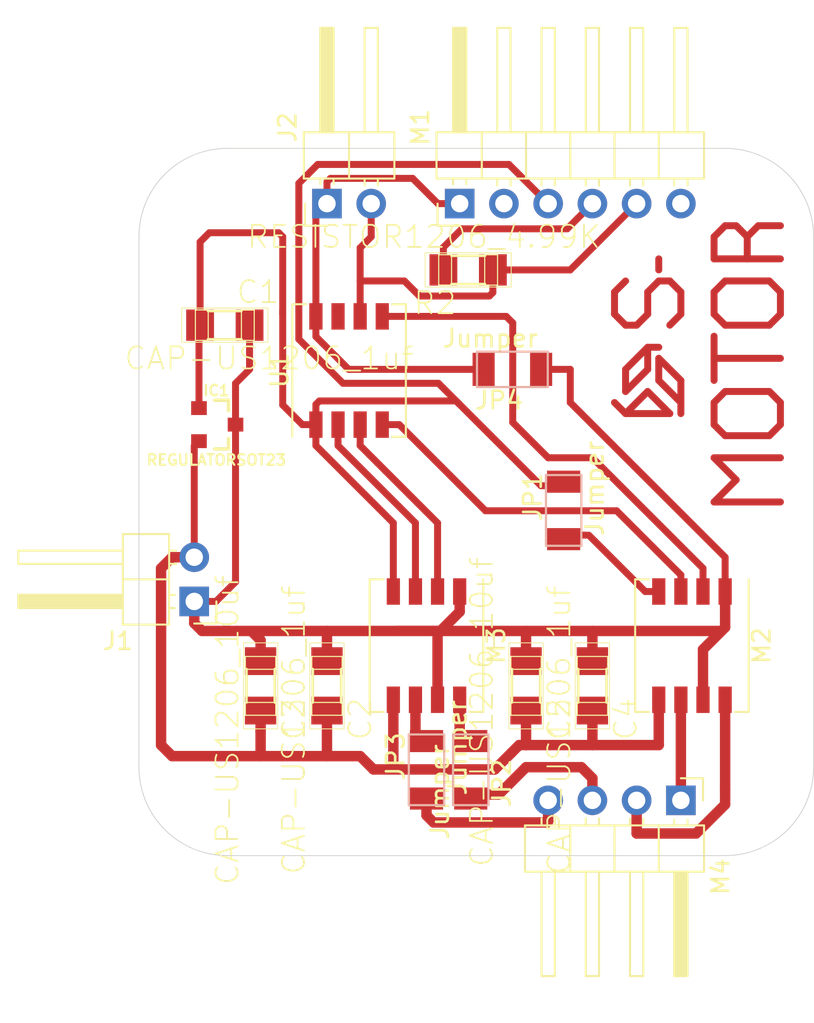
<source format=kicad_pcb>
(kicad_pcb (version 20171130) (host pcbnew "(5.1.5-0-10_14)")

  (general
    (thickness 1.6)
    (drawings 8)
    (tracks 211)
    (zones 0)
    (modules 18)
    (nets 17)
  )

  (page A4)
  (layers
    (0 F.Cu signal)
    (31 B.Cu signal)
    (32 B.Adhes user)
    (33 F.Adhes user)
    (34 B.Paste user)
    (35 F.Paste user)
    (36 B.SilkS user)
    (37 F.SilkS user)
    (38 B.Mask user)
    (39 F.Mask user)
    (40 Dwgs.User user)
    (41 Cmts.User user)
    (42 Eco1.User user)
    (43 Eco2.User user)
    (44 Edge.Cuts user)
    (45 Margin user)
    (46 B.CrtYd user)
    (47 F.CrtYd user)
    (48 B.Fab user)
    (49 F.Fab user)
  )

  (setup
    (last_trace_width 0.4)
    (trace_clearance 0.4)
    (zone_clearance 0.508)
    (zone_45_only no)
    (trace_min 0.2)
    (via_size 1.2)
    (via_drill 0.8)
    (via_min_size 0.4)
    (via_min_drill 0.3)
    (uvia_size 1.2)
    (uvia_drill 0.8)
    (uvias_allowed no)
    (uvia_min_size 0.2)
    (uvia_min_drill 0.1)
    (edge_width 0.05)
    (segment_width 0.2)
    (pcb_text_width 0.3)
    (pcb_text_size 1.5 1.5)
    (mod_edge_width 0.12)
    (mod_text_size 1 1)
    (mod_text_width 0.15)
    (pad_size 1.524 1.524)
    (pad_drill 0.762)
    (pad_to_mask_clearance 0.051)
    (solder_mask_min_width 0.25)
    (aux_axis_origin 0 0)
    (visible_elements FFFFFF7F)
    (pcbplotparams
      (layerselection 0x01000_7fffffff)
      (usegerberextensions false)
      (usegerberattributes false)
      (usegerberadvancedattributes false)
      (creategerberjobfile false)
      (excludeedgelayer true)
      (linewidth 0.100000)
      (plotframeref false)
      (viasonmask false)
      (mode 1)
      (useauxorigin false)
      (hpglpennumber 1)
      (hpglpenspeed 20)
      (hpglpendiameter 15.000000)
      (psnegative false)
      (psa4output false)
      (plotreference true)
      (plotvalue true)
      (plotinvisibletext false)
      (padsonsilk false)
      (subtractmaskfromsilk false)
      (outputformat 1)
      (mirror false)
      (drillshape 0)
      (scaleselection 1)
      (outputdirectory ""))
  )

  (net 0 "")
  (net 1 "Net-(C1-Pad1)")
  (net 2 GND)
  (net 3 VCC)
  (net 4 UPDI)
  (net 5 "Net-(M1-Pad4)")
  (net 6 "Net-(M2-Pad3)")
  (net 7 "Net-(M2-Pad8)")
  (net 8 "Net-(M2-Pad2)")
  (net 9 "Net-(M2-Pad6)")
  (net 10 "Net-(M3-Pad2)")
  (net 11 "Net-(M3-Pad3)")
  (net 12 "Net-(JP1-Pad1)")
  (net 13 "Net-(JP2-Pad1)")
  (net 14 "Net-(JP2-Pad2)")
  (net 15 "Net-(JP3-Pad2)")
  (net 16 "Net-(JP3-Pad1)")

  (net_class Default "This is the default net class."
    (clearance 0.4)
    (trace_width 0.4)
    (via_dia 1.2)
    (via_drill 0.8)
    (uvia_dia 1.2)
    (uvia_drill 0.8)
    (diff_pair_width 0.4)
    (diff_pair_gap 0.4)
    (add_net GND)
    (add_net "Net-(C1-Pad1)")
    (add_net "Net-(JP1-Pad1)")
    (add_net "Net-(JP2-Pad1)")
    (add_net "Net-(JP2-Pad2)")
    (add_net "Net-(JP3-Pad1)")
    (add_net "Net-(JP3-Pad2)")
    (add_net "Net-(M1-Pad2)")
    (add_net "Net-(M1-Pad4)")
    (add_net "Net-(M1-Pad6)")
    (add_net "Net-(M2-Pad2)")
    (add_net "Net-(M2-Pad3)")
    (add_net "Net-(M2-Pad6)")
    (add_net "Net-(M2-Pad8)")
    (add_net "Net-(M3-Pad2)")
    (add_net "Net-(M3-Pad3)")
    (add_net "Net-(U1-Pad7)")
    (add_net UPDI)
    (add_net VCC)
  )

  (module fab:fab-LED1206FAB (layer F.Cu) (tedit 200000) (tstamp 5EA298C7)
    (at 137.01014 106.68 180)
    (descr "LED1206 FAB STYLE (SMALLER PADS TO ALLOW TRACE BETWEEN)")
    (tags "LED1206 FAB STYLE (SMALLER PADS TO ALLOW TRACE BETWEEN)")
    (path /5EDBAF81)
    (attr smd)
    (fp_text reference JP4 (at 0.762 -1.778) (layer F.SilkS)
      (effects (font (size 1.016 1.016) (thickness 0.1524)))
    )
    (fp_text value Jumper (at 1.27 1.778) (layer F.SilkS)
      (effects (font (size 1.016 1.016) (thickness 0.1524)))
    )
    (fp_line (start -2.032 1.016) (end -2.032 -1.016) (layer B.SilkS) (width 0.127))
    (fp_line (start 2.032 1.016) (end -2.032 1.016) (layer B.SilkS) (width 0.127))
    (fp_line (start 2.032 -1.016) (end 2.032 1.016) (layer B.SilkS) (width 0.127))
    (fp_line (start -2.032 -1.016) (end 2.032 -1.016) (layer B.SilkS) (width 0.127))
    (pad 2 smd rect (at 1.651 0 180) (size 1.27 1.905) (layers F.Cu F.Paste F.Mask)
      (net 2 GND))
    (pad 1 smd rect (at -1.651 0 180) (size 1.27 1.905) (layers F.Cu F.Paste F.Mask)
      (net 2 GND))
  )

  (module fab:fab-LED1206FAB (layer F.Cu) (tedit 200000) (tstamp 5EA146E4)
    (at 139.954 114.78514 90)
    (descr "LED1206 FAB STYLE (SMALLER PADS TO ALLOW TRACE BETWEEN)")
    (tags "LED1206 FAB STYLE (SMALLER PADS TO ALLOW TRACE BETWEEN)")
    (path /5ECD3350)
    (attr smd)
    (fp_text reference JP1 (at 0.762 -1.778 90) (layer F.SilkS)
      (effects (font (size 1.016 1.016) (thickness 0.1524)))
    )
    (fp_text value Jumper (at 1.27 1.778 90) (layer F.SilkS)
      (effects (font (size 1.016 1.016) (thickness 0.1524)))
    )
    (fp_line (start -2.032 1.016) (end -2.032 -1.016) (layer B.SilkS) (width 0.127))
    (fp_line (start 2.032 1.016) (end -2.032 1.016) (layer B.SilkS) (width 0.127))
    (fp_line (start 2.032 -1.016) (end 2.032 1.016) (layer B.SilkS) (width 0.127))
    (fp_line (start -2.032 -1.016) (end 2.032 -1.016) (layer B.SilkS) (width 0.127))
    (pad 2 smd rect (at 1.651 0 90) (size 1.27 1.905) (layers F.Cu F.Paste F.Mask)
      (net 1 "Net-(C1-Pad1)"))
    (pad 1 smd rect (at -1.651 0 90) (size 1.27 1.905) (layers F.Cu F.Paste F.Mask)
      (net 12 "Net-(JP1-Pad1)"))
  )

  (module fab:fab-LED1206FAB (layer F.Cu) (tedit 200000) (tstamp 5EA1626F)
    (at 132.08 129.68986 90)
    (descr "LED1206 FAB STYLE (SMALLER PADS TO ALLOW TRACE BETWEEN)")
    (tags "LED1206 FAB STYLE (SMALLER PADS TO ALLOW TRACE BETWEEN)")
    (path /5ED41B87)
    (attr smd)
    (fp_text reference JP3 (at 0.762 -1.778 90) (layer F.SilkS)
      (effects (font (size 1.016 1.016) (thickness 0.1524)))
    )
    (fp_text value Jumper (at 1.27 1.778 90) (layer F.SilkS)
      (effects (font (size 1.016 1.016) (thickness 0.1524)))
    )
    (fp_line (start -2.032 1.016) (end -2.032 -1.016) (layer B.SilkS) (width 0.127))
    (fp_line (start 2.032 1.016) (end -2.032 1.016) (layer B.SilkS) (width 0.127))
    (fp_line (start 2.032 -1.016) (end 2.032 1.016) (layer B.SilkS) (width 0.127))
    (fp_line (start -2.032 -1.016) (end 2.032 -1.016) (layer B.SilkS) (width 0.127))
    (pad 2 smd rect (at 1.651 0 90) (size 1.27 1.905) (layers F.Cu F.Paste F.Mask)
      (net 15 "Net-(JP3-Pad2)"))
    (pad 1 smd rect (at -1.651 0 90) (size 1.27 1.905) (layers F.Cu F.Paste F.Mask)
      (net 16 "Net-(JP3-Pad1)"))
  )

  (module fab:fab-LED1206FAB (layer F.Cu) (tedit 200000) (tstamp 5EA146EE)
    (at 134.62 129.68986 270)
    (descr "LED1206 FAB STYLE (SMALLER PADS TO ALLOW TRACE BETWEEN)")
    (tags "LED1206 FAB STYLE (SMALLER PADS TO ALLOW TRACE BETWEEN)")
    (path /5ECF392F)
    (attr smd)
    (fp_text reference JP2 (at 0.762 -1.778 90) (layer F.SilkS)
      (effects (font (size 1.016 1.016) (thickness 0.1524)))
    )
    (fp_text value Jumper (at 1.27 1.778 90) (layer F.SilkS)
      (effects (font (size 1.016 1.016) (thickness 0.1524)))
    )
    (fp_line (start -2.032 1.016) (end -2.032 -1.016) (layer B.SilkS) (width 0.127))
    (fp_line (start 2.032 1.016) (end -2.032 1.016) (layer B.SilkS) (width 0.127))
    (fp_line (start 2.032 -1.016) (end 2.032 1.016) (layer B.SilkS) (width 0.127))
    (fp_line (start -2.032 -1.016) (end 2.032 -1.016) (layer B.SilkS) (width 0.127))
    (pad 2 smd rect (at 1.651 0 270) (size 1.27 1.905) (layers F.Cu F.Paste F.Mask)
      (net 14 "Net-(JP2-Pad2)"))
    (pad 1 smd rect (at -1.651 0 270) (size 1.27 1.905) (layers F.Cu F.Paste F.Mask)
      (net 13 "Net-(JP2-Pad1)"))
  )

  (module Transformer_SMD:Pulse_PA2777NL (layer F.Cu) (tedit 5B985D6D) (tstamp 5EA0953F)
    (at 127.635 106.745 90)
    (descr "SMT Gate Drive Transformer, 1:1, 7.1x6.1x5.5mm (https://productfinder.pulseeng.com/products/datasheets/SPM2007_61.pdf)")
    (tags "pulse pa2777nl")
    (path /5E9F7EC1)
    (attr smd)
    (fp_text reference U1 (at 0 -4 90) (layer F.SilkS)
      (effects (font (size 1 1) (thickness 0.15)))
    )
    (fp_text value ATtiny412-SS (at -0.425 5.08 90) (layer F.Fab)
      (effects (font (size 1 1) (thickness 0.15)))
    )
    (fp_line (start -2.7 -3.15) (end -3.7 -2.15) (layer F.Fab) (width 0.1))
    (fp_line (start 4.12 3.4) (end 4.12 -3.4) (layer F.CrtYd) (width 0.05))
    (fp_line (start -4.12 3.4) (end 4.12 3.4) (layer F.CrtYd) (width 0.05))
    (fp_line (start 3.81 -2.465) (end 3.81 -3.26) (layer F.SilkS) (width 0.12))
    (fp_line (start -3.81 2.465) (end -3.81 3.26) (layer F.SilkS) (width 0.12))
    (fp_line (start 3.81 2.465) (end 3.81 3.26) (layer F.SilkS) (width 0.12))
    (fp_line (start -3.81 3.26) (end 3.81 3.26) (layer F.SilkS) (width 0.12))
    (fp_line (start -3.81 -3.26) (end 3.81 -3.26) (layer F.SilkS) (width 0.12))
    (fp_text user %R (at 0 0 90) (layer F.Fab)
      (effects (font (size 1 1) (thickness 0.15)))
    )
    (fp_line (start -4.12 3.4) (end -4.12 -3.4) (layer F.CrtYd) (width 0.05))
    (fp_line (start -4.12 -3.4) (end 4.12 -3.4) (layer F.CrtYd) (width 0.05))
    (fp_line (start -3.7 3.15) (end -3.7 -2.15) (layer F.Fab) (width 0.1))
    (fp_line (start 3.7 3.15) (end -3.7 3.15) (layer F.Fab) (width 0.1))
    (fp_line (start 3.7 -3.15) (end 3.7 3.15) (layer F.Fab) (width 0.1))
    (fp_line (start -2.7 -3.15) (end 3.7 -3.15) (layer F.Fab) (width 0.1))
    (pad 6 smd rect (at 3.11 0.635 90) (size 1.52 0.76) (layers F.Cu F.Paste F.Mask)
      (net 4 UPDI))
    (pad 2 smd rect (at -3.11 -0.635 90) (size 1.52 0.76) (layers F.Cu F.Paste F.Mask)
      (net 11 "Net-(M3-Pad3)"))
    (pad 8 smd rect (at 3.11 -1.905 90) (size 1.52 0.76) (layers F.Cu F.Paste F.Mask)
      (net 2 GND))
    (pad 7 smd rect (at 3.11 -0.635 90) (size 1.52 0.76) (layers F.Cu F.Paste F.Mask))
    (pad 5 smd rect (at 3.11 1.905 90) (size 1.52 0.76) (layers F.Cu F.Paste F.Mask)
      (net 8 "Net-(M2-Pad2)"))
    (pad 4 smd rect (at -3.11 1.905 90) (size 1.52 0.76) (layers F.Cu F.Paste F.Mask)
      (net 6 "Net-(M2-Pad3)"))
    (pad 3 smd rect (at -3.11 0.635 90) (size 1.52 0.76) (layers F.Cu F.Paste F.Mask)
      (net 10 "Net-(M3-Pad2)"))
    (pad 1 smd rect (at -3.11 -1.905 90) (size 1.52 0.76) (layers F.Cu F.Paste F.Mask)
      (net 1 "Net-(C1-Pad1)"))
    (model ${KISYS3DMOD}/Transformer_SMD.3dshapes/Pulse_PA2777NL.wrl
      (at (xyz 0 0 0))
      (scale (xyz 1 1 1))
      (rotate (xyz 0 0 0))
    )
  )

  (module fab:fab-LED1206 (layer F.Cu) (tedit 200000) (tstamp 5EA094E7)
    (at 134.47014 100.965 180)
    (descr "LED 1206 PADS (STANDARD PATTERN)")
    (tags "LED 1206 PADS (STANDARD PATTERN)")
    (path /5EAE71B5)
    (attr smd)
    (fp_text reference R2 (at 1.905 -1.905) (layer F.SilkS)
      (effects (font (size 1.27 1.27) (thickness 0.1016)))
    )
    (fp_text value RESISTOR1206_4.99K (at 2.54 1.905) (layer F.SilkS)
      (effects (font (size 1.27 1.27) (thickness 0.1016)))
    )
    (fp_line (start -2.47142 0.98298) (end -2.47142 -0.98298) (layer F.SilkS) (width 0.0508))
    (fp_line (start 2.47142 0.98298) (end -2.47142 0.98298) (layer F.SilkS) (width 0.0508))
    (fp_line (start 2.47142 -0.98298) (end 2.47142 0.98298) (layer F.SilkS) (width 0.0508))
    (fp_line (start -2.47142 -0.98298) (end 2.47142 -0.98298) (layer F.SilkS) (width 0.0508))
    (fp_line (start 0.9525 -0.8128) (end -0.9652 -0.8128) (layer F.SilkS) (width 0.1524))
    (fp_line (start 0.9525 0.8128) (end -0.9652 0.8128) (layer F.SilkS) (width 0.1524))
    (fp_line (start 0.9525 0.8763) (end 0.9525 -0.8763) (layer F.SilkS) (width 0.06604))
    (fp_line (start 0.9525 -0.8763) (end 1.6891 -0.8763) (layer F.SilkS) (width 0.06604))
    (fp_line (start 1.6891 0.8763) (end 1.6891 -0.8763) (layer F.SilkS) (width 0.06604))
    (fp_line (start 0.9525 0.8763) (end 1.6891 0.8763) (layer F.SilkS) (width 0.06604))
    (fp_line (start -1.6891 0.8763) (end -1.6891 -0.8763) (layer F.SilkS) (width 0.06604))
    (fp_line (start -1.6891 -0.8763) (end -0.9525 -0.8763) (layer F.SilkS) (width 0.06604))
    (fp_line (start -0.9525 0.8763) (end -0.9525 -0.8763) (layer F.SilkS) (width 0.06604))
    (fp_line (start -1.6891 0.8763) (end -0.9525 0.8763) (layer F.SilkS) (width 0.06604))
    (pad 2 smd rect (at 1.41986 0 180) (size 1.59766 1.80086) (layers F.Cu F.Paste F.Mask)
      (net 5 "Net-(M1-Pad4)"))
    (pad 1 smd rect (at -1.41986 0 180) (size 1.59766 1.80086) (layers F.Cu F.Paste F.Mask)
      (net 4 UPDI))
  )

  (module fab:fab-LED1206 (layer F.Cu) (tedit 200000) (tstamp 5EA09368)
    (at 137.795 124.8664 270)
    (descr "LED 1206 PADS (STANDARD PATTERN)")
    (tags "LED 1206 PADS (STANDARD PATTERN)")
    (path /5E9CF12E)
    (attr smd)
    (fp_text reference C5 (at 1.905 -1.905 90) (layer F.SilkS)
      (effects (font (size 1.27 1.27) (thickness 0.1016)))
    )
    (fp_text value CAP-US1206_10uf (at 1.4986 2.54 90) (layer F.SilkS)
      (effects (font (size 1.27 1.27) (thickness 0.1016)))
    )
    (fp_line (start -2.47142 0.98298) (end -2.47142 -0.98298) (layer F.SilkS) (width 0.0508))
    (fp_line (start 2.47142 0.98298) (end -2.47142 0.98298) (layer F.SilkS) (width 0.0508))
    (fp_line (start 2.47142 -0.98298) (end 2.47142 0.98298) (layer F.SilkS) (width 0.0508))
    (fp_line (start -2.47142 -0.98298) (end 2.47142 -0.98298) (layer F.SilkS) (width 0.0508))
    (fp_line (start 0.9525 -0.8128) (end -0.9652 -0.8128) (layer F.SilkS) (width 0.1524))
    (fp_line (start 0.9525 0.8128) (end -0.9652 0.8128) (layer F.SilkS) (width 0.1524))
    (fp_line (start 0.9525 0.8763) (end 0.9525 -0.8763) (layer F.SilkS) (width 0.06604))
    (fp_line (start 0.9525 -0.8763) (end 1.6891 -0.8763) (layer F.SilkS) (width 0.06604))
    (fp_line (start 1.6891 0.8763) (end 1.6891 -0.8763) (layer F.SilkS) (width 0.06604))
    (fp_line (start 0.9525 0.8763) (end 1.6891 0.8763) (layer F.SilkS) (width 0.06604))
    (fp_line (start -1.6891 0.8763) (end -1.6891 -0.8763) (layer F.SilkS) (width 0.06604))
    (fp_line (start -1.6891 -0.8763) (end -0.9525 -0.8763) (layer F.SilkS) (width 0.06604))
    (fp_line (start -0.9525 0.8763) (end -0.9525 -0.8763) (layer F.SilkS) (width 0.06604))
    (fp_line (start -1.6891 0.8763) (end -0.9525 0.8763) (layer F.SilkS) (width 0.06604))
    (pad 2 smd rect (at 1.41986 0 270) (size 1.59766 1.80086) (layers F.Cu F.Paste F.Mask)
      (net 3 VCC))
    (pad 1 smd rect (at -1.41986 0 270) (size 1.59766 1.80086) (layers F.Cu F.Paste F.Mask)
      (net 2 GND))
  )

  (module fab:fab-LED1206 (layer F.Cu) (tedit 200000) (tstamp 5EA09358)
    (at 141.605 124.8664 270)
    (descr "LED 1206 PADS (STANDARD PATTERN)")
    (tags "LED 1206 PADS (STANDARD PATTERN)")
    (path /5E9C894D)
    (attr smd)
    (fp_text reference C4 (at 1.905 -1.905 90) (layer F.SilkS)
      (effects (font (size 1.27 1.27) (thickness 0.1016)))
    )
    (fp_text value CAP-US1206_1uf (at 2.54 1.905 90) (layer F.SilkS)
      (effects (font (size 1.27 1.27) (thickness 0.1016)))
    )
    (fp_line (start -2.47142 0.98298) (end -2.47142 -0.98298) (layer F.SilkS) (width 0.0508))
    (fp_line (start 2.47142 0.98298) (end -2.47142 0.98298) (layer F.SilkS) (width 0.0508))
    (fp_line (start 2.47142 -0.98298) (end 2.47142 0.98298) (layer F.SilkS) (width 0.0508))
    (fp_line (start -2.47142 -0.98298) (end 2.47142 -0.98298) (layer F.SilkS) (width 0.0508))
    (fp_line (start 0.9525 -0.8128) (end -0.9652 -0.8128) (layer F.SilkS) (width 0.1524))
    (fp_line (start 0.9525 0.8128) (end -0.9652 0.8128) (layer F.SilkS) (width 0.1524))
    (fp_line (start 0.9525 0.8763) (end 0.9525 -0.8763) (layer F.SilkS) (width 0.06604))
    (fp_line (start 0.9525 -0.8763) (end 1.6891 -0.8763) (layer F.SilkS) (width 0.06604))
    (fp_line (start 1.6891 0.8763) (end 1.6891 -0.8763) (layer F.SilkS) (width 0.06604))
    (fp_line (start 0.9525 0.8763) (end 1.6891 0.8763) (layer F.SilkS) (width 0.06604))
    (fp_line (start -1.6891 0.8763) (end -1.6891 -0.8763) (layer F.SilkS) (width 0.06604))
    (fp_line (start -1.6891 -0.8763) (end -0.9525 -0.8763) (layer F.SilkS) (width 0.06604))
    (fp_line (start -0.9525 0.8763) (end -0.9525 -0.8763) (layer F.SilkS) (width 0.06604))
    (fp_line (start -1.6891 0.8763) (end -0.9525 0.8763) (layer F.SilkS) (width 0.06604))
    (pad 2 smd rect (at 1.41986 0 270) (size 1.59766 1.80086) (layers F.Cu F.Paste F.Mask)
      (net 3 VCC))
    (pad 1 smd rect (at -1.41986 0 270) (size 1.59766 1.80086) (layers F.Cu F.Paste F.Mask)
      (net 2 GND))
  )

  (module fab:fab-LED1206 (layer F.Cu) (tedit 200000) (tstamp 5EA09348)
    (at 122.555 124.8664 270)
    (descr "LED 1206 PADS (STANDARD PATTERN)")
    (tags "LED 1206 PADS (STANDARD PATTERN)")
    (path /5E9D0C09)
    (attr smd)
    (fp_text reference C3 (at 1.905 -1.905 90) (layer F.SilkS)
      (effects (font (size 1.27 1.27) (thickness 0.1016)))
    )
    (fp_text value CAP-US1206_10uf (at 2.54 1.905 90) (layer F.SilkS)
      (effects (font (size 1.27 1.27) (thickness 0.1016)))
    )
    (fp_line (start -2.47142 0.98298) (end -2.47142 -0.98298) (layer F.SilkS) (width 0.0508))
    (fp_line (start 2.47142 0.98298) (end -2.47142 0.98298) (layer F.SilkS) (width 0.0508))
    (fp_line (start 2.47142 -0.98298) (end 2.47142 0.98298) (layer F.SilkS) (width 0.0508))
    (fp_line (start -2.47142 -0.98298) (end 2.47142 -0.98298) (layer F.SilkS) (width 0.0508))
    (fp_line (start 0.9525 -0.8128) (end -0.9652 -0.8128) (layer F.SilkS) (width 0.1524))
    (fp_line (start 0.9525 0.8128) (end -0.9652 0.8128) (layer F.SilkS) (width 0.1524))
    (fp_line (start 0.9525 0.8763) (end 0.9525 -0.8763) (layer F.SilkS) (width 0.06604))
    (fp_line (start 0.9525 -0.8763) (end 1.6891 -0.8763) (layer F.SilkS) (width 0.06604))
    (fp_line (start 1.6891 0.8763) (end 1.6891 -0.8763) (layer F.SilkS) (width 0.06604))
    (fp_line (start 0.9525 0.8763) (end 1.6891 0.8763) (layer F.SilkS) (width 0.06604))
    (fp_line (start -1.6891 0.8763) (end -1.6891 -0.8763) (layer F.SilkS) (width 0.06604))
    (fp_line (start -1.6891 -0.8763) (end -0.9525 -0.8763) (layer F.SilkS) (width 0.06604))
    (fp_line (start -0.9525 0.8763) (end -0.9525 -0.8763) (layer F.SilkS) (width 0.06604))
    (fp_line (start -1.6891 0.8763) (end -0.9525 0.8763) (layer F.SilkS) (width 0.06604))
    (pad 2 smd rect (at 1.41986 0 270) (size 1.59766 1.80086) (layers F.Cu F.Paste F.Mask)
      (net 3 VCC))
    (pad 1 smd rect (at -1.41986 0 270) (size 1.59766 1.80086) (layers F.Cu F.Paste F.Mask)
      (net 2 GND))
  )

  (module fab:fab-LED1206 (layer F.Cu) (tedit 200000) (tstamp 5EA09338)
    (at 126.365 124.8664 270)
    (descr "LED 1206 PADS (STANDARD PATTERN)")
    (tags "LED 1206 PADS (STANDARD PATTERN)")
    (path /5E9CF5F9)
    (attr smd)
    (fp_text reference C2 (at 1.905 -1.905 90) (layer F.SilkS)
      (effects (font (size 1.27 1.27) (thickness 0.1016)))
    )
    (fp_text value CAP-US1206_1uf (at 2.54 1.905 90) (layer F.SilkS)
      (effects (font (size 1.27 1.27) (thickness 0.1016)))
    )
    (fp_line (start -2.47142 0.98298) (end -2.47142 -0.98298) (layer F.SilkS) (width 0.0508))
    (fp_line (start 2.47142 0.98298) (end -2.47142 0.98298) (layer F.SilkS) (width 0.0508))
    (fp_line (start 2.47142 -0.98298) (end 2.47142 0.98298) (layer F.SilkS) (width 0.0508))
    (fp_line (start -2.47142 -0.98298) (end 2.47142 -0.98298) (layer F.SilkS) (width 0.0508))
    (fp_line (start 0.9525 -0.8128) (end -0.9652 -0.8128) (layer F.SilkS) (width 0.1524))
    (fp_line (start 0.9525 0.8128) (end -0.9652 0.8128) (layer F.SilkS) (width 0.1524))
    (fp_line (start 0.9525 0.8763) (end 0.9525 -0.8763) (layer F.SilkS) (width 0.06604))
    (fp_line (start 0.9525 -0.8763) (end 1.6891 -0.8763) (layer F.SilkS) (width 0.06604))
    (fp_line (start 1.6891 0.8763) (end 1.6891 -0.8763) (layer F.SilkS) (width 0.06604))
    (fp_line (start 0.9525 0.8763) (end 1.6891 0.8763) (layer F.SilkS) (width 0.06604))
    (fp_line (start -1.6891 0.8763) (end -1.6891 -0.8763) (layer F.SilkS) (width 0.06604))
    (fp_line (start -1.6891 -0.8763) (end -0.9525 -0.8763) (layer F.SilkS) (width 0.06604))
    (fp_line (start -0.9525 0.8763) (end -0.9525 -0.8763) (layer F.SilkS) (width 0.06604))
    (fp_line (start -1.6891 0.8763) (end -0.9525 0.8763) (layer F.SilkS) (width 0.06604))
    (pad 2 smd rect (at 1.41986 0 270) (size 1.59766 1.80086) (layers F.Cu F.Paste F.Mask)
      (net 3 VCC))
    (pad 1 smd rect (at -1.41986 0 270) (size 1.59766 1.80086) (layers F.Cu F.Paste F.Mask)
      (net 2 GND))
  )

  (module fab:fab-LED1206 (layer F.Cu) (tedit 200000) (tstamp 5EA09328)
    (at 120.50014 104.14)
    (descr "LED 1206 PADS (STANDARD PATTERN)")
    (tags "LED 1206 PADS (STANDARD PATTERN)")
    (path /5E9C73F2)
    (attr smd)
    (fp_text reference C1 (at 1.905 -1.905) (layer F.SilkS)
      (effects (font (size 1.27 1.27) (thickness 0.1016)))
    )
    (fp_text value CAP-US1206_1uf (at 2.54 1.905) (layer F.SilkS)
      (effects (font (size 1.27 1.27) (thickness 0.1016)))
    )
    (fp_line (start -2.47142 0.98298) (end -2.47142 -0.98298) (layer F.SilkS) (width 0.0508))
    (fp_line (start 2.47142 0.98298) (end -2.47142 0.98298) (layer F.SilkS) (width 0.0508))
    (fp_line (start 2.47142 -0.98298) (end 2.47142 0.98298) (layer F.SilkS) (width 0.0508))
    (fp_line (start -2.47142 -0.98298) (end 2.47142 -0.98298) (layer F.SilkS) (width 0.0508))
    (fp_line (start 0.9525 -0.8128) (end -0.9652 -0.8128) (layer F.SilkS) (width 0.1524))
    (fp_line (start 0.9525 0.8128) (end -0.9652 0.8128) (layer F.SilkS) (width 0.1524))
    (fp_line (start 0.9525 0.8763) (end 0.9525 -0.8763) (layer F.SilkS) (width 0.06604))
    (fp_line (start 0.9525 -0.8763) (end 1.6891 -0.8763) (layer F.SilkS) (width 0.06604))
    (fp_line (start 1.6891 0.8763) (end 1.6891 -0.8763) (layer F.SilkS) (width 0.06604))
    (fp_line (start 0.9525 0.8763) (end 1.6891 0.8763) (layer F.SilkS) (width 0.06604))
    (fp_line (start -1.6891 0.8763) (end -1.6891 -0.8763) (layer F.SilkS) (width 0.06604))
    (fp_line (start -1.6891 -0.8763) (end -0.9525 -0.8763) (layer F.SilkS) (width 0.06604))
    (fp_line (start -0.9525 0.8763) (end -0.9525 -0.8763) (layer F.SilkS) (width 0.06604))
    (fp_line (start -1.6891 0.8763) (end -0.9525 0.8763) (layer F.SilkS) (width 0.06604))
    (pad 2 smd rect (at 1.41986 0) (size 1.59766 1.80086) (layers F.Cu F.Paste F.Mask)
      (net 2 GND))
    (pad 1 smd rect (at -1.41986 0) (size 1.59766 1.80086) (layers F.Cu F.Paste F.Mask)
      (net 1 "Net-(C1-Pad1)"))
  )

  (module Connector_PinHeader_2.54mm:PinHeader_1x04_P2.54mm_Horizontal (layer F.Cu) (tedit 59FED5CB) (tstamp 5EA094C7)
    (at 146.685 131.445 270)
    (descr "Through hole angled pin header, 1x04, 2.54mm pitch, 6mm pin length, single row")
    (tags "Through hole angled pin header THT 1x04 2.54mm single row")
    (path /5E9D55B8)
    (fp_text reference M4 (at 4.385 -2.27 270) (layer F.SilkS)
      (effects (font (size 1 1) (thickness 0.15)))
    )
    (fp_text value Stepper_Motor_bipolar (at 4.385 9.89 270) (layer F.Fab)
      (effects (font (size 1 1) (thickness 0.15)))
    )
    (fp_text user %R (at 2.77 3.81 180) (layer F.Fab)
      (effects (font (size 1 1) (thickness 0.15)))
    )
    (fp_line (start 10.55 -1.8) (end -1.8 -1.8) (layer F.CrtYd) (width 0.05))
    (fp_line (start 10.55 9.4) (end 10.55 -1.8) (layer F.CrtYd) (width 0.05))
    (fp_line (start -1.8 9.4) (end 10.55 9.4) (layer F.CrtYd) (width 0.05))
    (fp_line (start -1.8 -1.8) (end -1.8 9.4) (layer F.CrtYd) (width 0.05))
    (fp_line (start -1.27 -1.27) (end 0 -1.27) (layer F.SilkS) (width 0.12))
    (fp_line (start -1.27 0) (end -1.27 -1.27) (layer F.SilkS) (width 0.12))
    (fp_line (start 1.042929 8) (end 1.44 8) (layer F.SilkS) (width 0.12))
    (fp_line (start 1.042929 7.24) (end 1.44 7.24) (layer F.SilkS) (width 0.12))
    (fp_line (start 10.1 8) (end 4.1 8) (layer F.SilkS) (width 0.12))
    (fp_line (start 10.1 7.24) (end 10.1 8) (layer F.SilkS) (width 0.12))
    (fp_line (start 4.1 7.24) (end 10.1 7.24) (layer F.SilkS) (width 0.12))
    (fp_line (start 1.44 6.35) (end 4.1 6.35) (layer F.SilkS) (width 0.12))
    (fp_line (start 1.042929 5.46) (end 1.44 5.46) (layer F.SilkS) (width 0.12))
    (fp_line (start 1.042929 4.7) (end 1.44 4.7) (layer F.SilkS) (width 0.12))
    (fp_line (start 10.1 5.46) (end 4.1 5.46) (layer F.SilkS) (width 0.12))
    (fp_line (start 10.1 4.7) (end 10.1 5.46) (layer F.SilkS) (width 0.12))
    (fp_line (start 4.1 4.7) (end 10.1 4.7) (layer F.SilkS) (width 0.12))
    (fp_line (start 1.44 3.81) (end 4.1 3.81) (layer F.SilkS) (width 0.12))
    (fp_line (start 1.042929 2.92) (end 1.44 2.92) (layer F.SilkS) (width 0.12))
    (fp_line (start 1.042929 2.16) (end 1.44 2.16) (layer F.SilkS) (width 0.12))
    (fp_line (start 10.1 2.92) (end 4.1 2.92) (layer F.SilkS) (width 0.12))
    (fp_line (start 10.1 2.16) (end 10.1 2.92) (layer F.SilkS) (width 0.12))
    (fp_line (start 4.1 2.16) (end 10.1 2.16) (layer F.SilkS) (width 0.12))
    (fp_line (start 1.44 1.27) (end 4.1 1.27) (layer F.SilkS) (width 0.12))
    (fp_line (start 1.11 0.38) (end 1.44 0.38) (layer F.SilkS) (width 0.12))
    (fp_line (start 1.11 -0.38) (end 1.44 -0.38) (layer F.SilkS) (width 0.12))
    (fp_line (start 4.1 0.28) (end 10.1 0.28) (layer F.SilkS) (width 0.12))
    (fp_line (start 4.1 0.16) (end 10.1 0.16) (layer F.SilkS) (width 0.12))
    (fp_line (start 4.1 0.04) (end 10.1 0.04) (layer F.SilkS) (width 0.12))
    (fp_line (start 4.1 -0.08) (end 10.1 -0.08) (layer F.SilkS) (width 0.12))
    (fp_line (start 4.1 -0.2) (end 10.1 -0.2) (layer F.SilkS) (width 0.12))
    (fp_line (start 4.1 -0.32) (end 10.1 -0.32) (layer F.SilkS) (width 0.12))
    (fp_line (start 10.1 0.38) (end 4.1 0.38) (layer F.SilkS) (width 0.12))
    (fp_line (start 10.1 -0.38) (end 10.1 0.38) (layer F.SilkS) (width 0.12))
    (fp_line (start 4.1 -0.38) (end 10.1 -0.38) (layer F.SilkS) (width 0.12))
    (fp_line (start 4.1 -1.33) (end 1.44 -1.33) (layer F.SilkS) (width 0.12))
    (fp_line (start 4.1 8.95) (end 4.1 -1.33) (layer F.SilkS) (width 0.12))
    (fp_line (start 1.44 8.95) (end 4.1 8.95) (layer F.SilkS) (width 0.12))
    (fp_line (start 1.44 -1.33) (end 1.44 8.95) (layer F.SilkS) (width 0.12))
    (fp_line (start 4.04 7.94) (end 10.04 7.94) (layer F.Fab) (width 0.1))
    (fp_line (start 10.04 7.3) (end 10.04 7.94) (layer F.Fab) (width 0.1))
    (fp_line (start 4.04 7.3) (end 10.04 7.3) (layer F.Fab) (width 0.1))
    (fp_line (start -0.32 7.94) (end 1.5 7.94) (layer F.Fab) (width 0.1))
    (fp_line (start -0.32 7.3) (end -0.32 7.94) (layer F.Fab) (width 0.1))
    (fp_line (start -0.32 7.3) (end 1.5 7.3) (layer F.Fab) (width 0.1))
    (fp_line (start 4.04 5.4) (end 10.04 5.4) (layer F.Fab) (width 0.1))
    (fp_line (start 10.04 4.76) (end 10.04 5.4) (layer F.Fab) (width 0.1))
    (fp_line (start 4.04 4.76) (end 10.04 4.76) (layer F.Fab) (width 0.1))
    (fp_line (start -0.32 5.4) (end 1.5 5.4) (layer F.Fab) (width 0.1))
    (fp_line (start -0.32 4.76) (end -0.32 5.4) (layer F.Fab) (width 0.1))
    (fp_line (start -0.32 4.76) (end 1.5 4.76) (layer F.Fab) (width 0.1))
    (fp_line (start 4.04 2.86) (end 10.04 2.86) (layer F.Fab) (width 0.1))
    (fp_line (start 10.04 2.22) (end 10.04 2.86) (layer F.Fab) (width 0.1))
    (fp_line (start 4.04 2.22) (end 10.04 2.22) (layer F.Fab) (width 0.1))
    (fp_line (start -0.32 2.86) (end 1.5 2.86) (layer F.Fab) (width 0.1))
    (fp_line (start -0.32 2.22) (end -0.32 2.86) (layer F.Fab) (width 0.1))
    (fp_line (start -0.32 2.22) (end 1.5 2.22) (layer F.Fab) (width 0.1))
    (fp_line (start 4.04 0.32) (end 10.04 0.32) (layer F.Fab) (width 0.1))
    (fp_line (start 10.04 -0.32) (end 10.04 0.32) (layer F.Fab) (width 0.1))
    (fp_line (start 4.04 -0.32) (end 10.04 -0.32) (layer F.Fab) (width 0.1))
    (fp_line (start -0.32 0.32) (end 1.5 0.32) (layer F.Fab) (width 0.1))
    (fp_line (start -0.32 -0.32) (end -0.32 0.32) (layer F.Fab) (width 0.1))
    (fp_line (start -0.32 -0.32) (end 1.5 -0.32) (layer F.Fab) (width 0.1))
    (fp_line (start 1.5 -0.635) (end 2.135 -1.27) (layer F.Fab) (width 0.1))
    (fp_line (start 1.5 8.89) (end 1.5 -0.635) (layer F.Fab) (width 0.1))
    (fp_line (start 4.04 8.89) (end 1.5 8.89) (layer F.Fab) (width 0.1))
    (fp_line (start 4.04 -1.27) (end 4.04 8.89) (layer F.Fab) (width 0.1))
    (fp_line (start 2.135 -1.27) (end 4.04 -1.27) (layer F.Fab) (width 0.1))
    (pad 4 thru_hole oval (at 0 7.62 270) (size 1.7 1.7) (drill 1) (layers *.Cu *.Mask)
      (net 16 "Net-(JP3-Pad1)"))
    (pad 3 thru_hole oval (at 0 5.08 270) (size 1.7 1.7) (drill 1) (layers *.Cu *.Mask)
      (net 14 "Net-(JP2-Pad2)"))
    (pad 2 thru_hole oval (at 0 2.54 270) (size 1.7 1.7) (drill 1) (layers *.Cu *.Mask)
      (net 7 "Net-(M2-Pad8)"))
    (pad 1 thru_hole rect (at 0 0 270) (size 1.7 1.7) (drill 1) (layers *.Cu *.Mask)
      (net 9 "Net-(M2-Pad6)"))
    (model ${KISYS3DMOD}/Connector_PinHeader_2.54mm.3dshapes/PinHeader_1x04_P2.54mm_Horizontal.wrl
      (at (xyz 0 0 0))
      (scale (xyz 1 1 1))
      (rotate (xyz 0 0 0))
    )
  )

  (module Transformer_SMD:Pulse_PA2777NL (layer F.Cu) (tedit 5B985D6D) (tstamp 5EA0947A)
    (at 132.08 122.555 270)
    (descr "SMT Gate Drive Transformer, 1:1, 7.1x6.1x5.5mm (https://productfinder.pulseeng.com/products/datasheets/SPM2007_61.pdf)")
    (tags "pulse pa2777nl")
    (path /5E9CB16F)
    (attr smd)
    (fp_text reference M3 (at 0 -4 90) (layer F.SilkS)
      (effects (font (size 1 1) (thickness 0.15)))
    )
    (fp_text value A4953-H-BRIDGE-MOTOR-DRIVER (at 0 4 90) (layer F.Fab)
      (effects (font (size 1 1) (thickness 0.15)))
    )
    (fp_line (start -2.7 -3.15) (end -3.7 -2.15) (layer F.Fab) (width 0.1))
    (fp_line (start 4.12 3.4) (end 4.12 -3.4) (layer F.CrtYd) (width 0.05))
    (fp_line (start -4.12 3.4) (end 4.12 3.4) (layer F.CrtYd) (width 0.05))
    (fp_line (start 3.81 -2.465) (end 3.81 -3.26) (layer F.SilkS) (width 0.12))
    (fp_line (start -3.81 2.465) (end -3.81 3.26) (layer F.SilkS) (width 0.12))
    (fp_line (start 3.81 2.465) (end 3.81 3.26) (layer F.SilkS) (width 0.12))
    (fp_line (start -3.81 3.26) (end 3.81 3.26) (layer F.SilkS) (width 0.12))
    (fp_line (start -3.81 -3.26) (end 3.81 -3.26) (layer F.SilkS) (width 0.12))
    (fp_text user %R (at 0 0 90) (layer F.Fab)
      (effects (font (size 1 1) (thickness 0.15)))
    )
    (fp_line (start -4.12 3.4) (end -4.12 -3.4) (layer F.CrtYd) (width 0.05))
    (fp_line (start -4.12 -3.4) (end 4.12 -3.4) (layer F.CrtYd) (width 0.05))
    (fp_line (start -3.7 3.15) (end -3.7 -2.15) (layer F.Fab) (width 0.1))
    (fp_line (start 3.7 3.15) (end -3.7 3.15) (layer F.Fab) (width 0.1))
    (fp_line (start 3.7 -3.15) (end 3.7 3.15) (layer F.Fab) (width 0.1))
    (fp_line (start -2.7 -3.15) (end 3.7 -3.15) (layer F.Fab) (width 0.1))
    (pad 6 smd rect (at 3.11 0.635 270) (size 1.52 0.76) (layers F.Cu F.Paste F.Mask)
      (net 15 "Net-(JP3-Pad2)"))
    (pad 2 smd rect (at -3.11 -0.635 270) (size 1.52 0.76) (layers F.Cu F.Paste F.Mask)
      (net 10 "Net-(M3-Pad2)"))
    (pad 8 smd rect (at 3.11 -1.905 270) (size 1.52 0.76) (layers F.Cu F.Paste F.Mask)
      (net 13 "Net-(JP2-Pad1)"))
    (pad 7 smd rect (at 3.11 -0.635 270) (size 1.52 0.76) (layers F.Cu F.Paste F.Mask)
      (net 2 GND))
    (pad 5 smd rect (at 3.11 1.905 270) (size 1.52 0.76) (layers F.Cu F.Paste F.Mask)
      (net 3 VCC))
    (pad 4 smd rect (at -3.11 1.905 270) (size 1.52 0.76) (layers F.Cu F.Paste F.Mask)
      (net 1 "Net-(C1-Pad1)"))
    (pad 3 smd rect (at -3.11 0.635 270) (size 1.52 0.76) (layers F.Cu F.Paste F.Mask)
      (net 11 "Net-(M3-Pad3)"))
    (pad 1 smd rect (at -3.11 -1.905 270) (size 1.52 0.76) (layers F.Cu F.Paste F.Mask)
      (net 2 GND))
    (model ${KISYS3DMOD}/Transformer_SMD.3dshapes/Pulse_PA2777NL.wrl
      (at (xyz 0 0 0))
      (scale (xyz 1 1 1))
      (rotate (xyz 0 0 0))
    )
  )

  (module Transformer_SMD:Pulse_PA2777NL (layer F.Cu) (tedit 5B985D6D) (tstamp 5EA0945F)
    (at 147.32 122.555 270)
    (descr "SMT Gate Drive Transformer, 1:1, 7.1x6.1x5.5mm (https://productfinder.pulseeng.com/products/datasheets/SPM2007_61.pdf)")
    (tags "pulse pa2777nl")
    (path /5E9C94F8)
    (attr smd)
    (fp_text reference M2 (at 0 -4 90) (layer F.SilkS)
      (effects (font (size 1 1) (thickness 0.15)))
    )
    (fp_text value A4953-H-BRIDGE-MOTOR-DRIVER (at 0 4 90) (layer F.Fab)
      (effects (font (size 1 1) (thickness 0.15)))
    )
    (fp_line (start -2.7 -3.15) (end -3.7 -2.15) (layer F.Fab) (width 0.1))
    (fp_line (start 4.12 3.4) (end 4.12 -3.4) (layer F.CrtYd) (width 0.05))
    (fp_line (start -4.12 3.4) (end 4.12 3.4) (layer F.CrtYd) (width 0.05))
    (fp_line (start 3.81 -2.465) (end 3.81 -3.26) (layer F.SilkS) (width 0.12))
    (fp_line (start -3.81 2.465) (end -3.81 3.26) (layer F.SilkS) (width 0.12))
    (fp_line (start 3.81 2.465) (end 3.81 3.26) (layer F.SilkS) (width 0.12))
    (fp_line (start -3.81 3.26) (end 3.81 3.26) (layer F.SilkS) (width 0.12))
    (fp_line (start -3.81 -3.26) (end 3.81 -3.26) (layer F.SilkS) (width 0.12))
    (fp_text user %R (at 0 0 90) (layer F.Fab)
      (effects (font (size 1 1) (thickness 0.15)))
    )
    (fp_line (start -4.12 3.4) (end -4.12 -3.4) (layer F.CrtYd) (width 0.05))
    (fp_line (start -4.12 -3.4) (end 4.12 -3.4) (layer F.CrtYd) (width 0.05))
    (fp_line (start -3.7 3.15) (end -3.7 -2.15) (layer F.Fab) (width 0.1))
    (fp_line (start 3.7 3.15) (end -3.7 3.15) (layer F.Fab) (width 0.1))
    (fp_line (start 3.7 -3.15) (end 3.7 3.15) (layer F.Fab) (width 0.1))
    (fp_line (start -2.7 -3.15) (end 3.7 -3.15) (layer F.Fab) (width 0.1))
    (pad 6 smd rect (at 3.11 0.635 270) (size 1.52 0.76) (layers F.Cu F.Paste F.Mask)
      (net 9 "Net-(M2-Pad6)"))
    (pad 2 smd rect (at -3.11 -0.635 270) (size 1.52 0.76) (layers F.Cu F.Paste F.Mask)
      (net 8 "Net-(M2-Pad2)"))
    (pad 8 smd rect (at 3.11 -1.905 270) (size 1.52 0.76) (layers F.Cu F.Paste F.Mask)
      (net 7 "Net-(M2-Pad8)"))
    (pad 7 smd rect (at 3.11 -0.635 270) (size 1.52 0.76) (layers F.Cu F.Paste F.Mask)
      (net 2 GND))
    (pad 5 smd rect (at 3.11 1.905 270) (size 1.52 0.76) (layers F.Cu F.Paste F.Mask)
      (net 3 VCC))
    (pad 4 smd rect (at -3.11 1.905 270) (size 1.52 0.76) (layers F.Cu F.Paste F.Mask)
      (net 12 "Net-(JP1-Pad1)"))
    (pad 3 smd rect (at -3.11 0.635 270) (size 1.52 0.76) (layers F.Cu F.Paste F.Mask)
      (net 6 "Net-(M2-Pad3)"))
    (pad 1 smd rect (at -3.11 -1.905 270) (size 1.52 0.76) (layers F.Cu F.Paste F.Mask)
      (net 2 GND))
    (model ${KISYS3DMOD}/Transformer_SMD.3dshapes/Pulse_PA2777NL.wrl
      (at (xyz 0 0 0))
      (scale (xyz 1 1 1))
      (rotate (xyz 0 0 0))
    )
  )

  (module Connector_PinHeader_2.54mm:PinHeader_1x06_P2.54mm_Horizontal (layer F.Cu) (tedit 59FED5CB) (tstamp 5EA09444)
    (at 133.985 97.155 90)
    (descr "Through hole angled pin header, 1x06, 2.54mm pitch, 6mm pin length, single row")
    (tags "Through hole angled pin header THT 1x06 2.54mm single row")
    (path /5EA0DB0D)
    (fp_text reference M1 (at 4.385 -2.27 90) (layer F.SilkS)
      (effects (font (size 1 1) (thickness 0.15)))
    )
    (fp_text value FTDI-SMD-HEADER (at 4.385 14.97 90) (layer F.Fab)
      (effects (font (size 1 1) (thickness 0.15)))
    )
    (fp_text user %R (at 2.77 6.35) (layer F.Fab)
      (effects (font (size 1 1) (thickness 0.15)))
    )
    (fp_line (start 10.55 -1.8) (end -1.8 -1.8) (layer F.CrtYd) (width 0.05))
    (fp_line (start 10.55 14.5) (end 10.55 -1.8) (layer F.CrtYd) (width 0.05))
    (fp_line (start -1.8 14.5) (end 10.55 14.5) (layer F.CrtYd) (width 0.05))
    (fp_line (start -1.8 -1.8) (end -1.8 14.5) (layer F.CrtYd) (width 0.05))
    (fp_line (start -1.27 -1.27) (end 0 -1.27) (layer F.SilkS) (width 0.12))
    (fp_line (start -1.27 0) (end -1.27 -1.27) (layer F.SilkS) (width 0.12))
    (fp_line (start 1.042929 13.08) (end 1.44 13.08) (layer F.SilkS) (width 0.12))
    (fp_line (start 1.042929 12.32) (end 1.44 12.32) (layer F.SilkS) (width 0.12))
    (fp_line (start 10.1 13.08) (end 4.1 13.08) (layer F.SilkS) (width 0.12))
    (fp_line (start 10.1 12.32) (end 10.1 13.08) (layer F.SilkS) (width 0.12))
    (fp_line (start 4.1 12.32) (end 10.1 12.32) (layer F.SilkS) (width 0.12))
    (fp_line (start 1.44 11.43) (end 4.1 11.43) (layer F.SilkS) (width 0.12))
    (fp_line (start 1.042929 10.54) (end 1.44 10.54) (layer F.SilkS) (width 0.12))
    (fp_line (start 1.042929 9.78) (end 1.44 9.78) (layer F.SilkS) (width 0.12))
    (fp_line (start 10.1 10.54) (end 4.1 10.54) (layer F.SilkS) (width 0.12))
    (fp_line (start 10.1 9.78) (end 10.1 10.54) (layer F.SilkS) (width 0.12))
    (fp_line (start 4.1 9.78) (end 10.1 9.78) (layer F.SilkS) (width 0.12))
    (fp_line (start 1.44 8.89) (end 4.1 8.89) (layer F.SilkS) (width 0.12))
    (fp_line (start 1.042929 8) (end 1.44 8) (layer F.SilkS) (width 0.12))
    (fp_line (start 1.042929 7.24) (end 1.44 7.24) (layer F.SilkS) (width 0.12))
    (fp_line (start 10.1 8) (end 4.1 8) (layer F.SilkS) (width 0.12))
    (fp_line (start 10.1 7.24) (end 10.1 8) (layer F.SilkS) (width 0.12))
    (fp_line (start 4.1 7.24) (end 10.1 7.24) (layer F.SilkS) (width 0.12))
    (fp_line (start 1.44 6.35) (end 4.1 6.35) (layer F.SilkS) (width 0.12))
    (fp_line (start 1.042929 5.46) (end 1.44 5.46) (layer F.SilkS) (width 0.12))
    (fp_line (start 1.042929 4.7) (end 1.44 4.7) (layer F.SilkS) (width 0.12))
    (fp_line (start 10.1 5.46) (end 4.1 5.46) (layer F.SilkS) (width 0.12))
    (fp_line (start 10.1 4.7) (end 10.1 5.46) (layer F.SilkS) (width 0.12))
    (fp_line (start 4.1 4.7) (end 10.1 4.7) (layer F.SilkS) (width 0.12))
    (fp_line (start 1.44 3.81) (end 4.1 3.81) (layer F.SilkS) (width 0.12))
    (fp_line (start 1.042929 2.92) (end 1.44 2.92) (layer F.SilkS) (width 0.12))
    (fp_line (start 1.042929 2.16) (end 1.44 2.16) (layer F.SilkS) (width 0.12))
    (fp_line (start 10.1 2.92) (end 4.1 2.92) (layer F.SilkS) (width 0.12))
    (fp_line (start 10.1 2.16) (end 10.1 2.92) (layer F.SilkS) (width 0.12))
    (fp_line (start 4.1 2.16) (end 10.1 2.16) (layer F.SilkS) (width 0.12))
    (fp_line (start 1.44 1.27) (end 4.1 1.27) (layer F.SilkS) (width 0.12))
    (fp_line (start 1.11 0.38) (end 1.44 0.38) (layer F.SilkS) (width 0.12))
    (fp_line (start 1.11 -0.38) (end 1.44 -0.38) (layer F.SilkS) (width 0.12))
    (fp_line (start 4.1 0.28) (end 10.1 0.28) (layer F.SilkS) (width 0.12))
    (fp_line (start 4.1 0.16) (end 10.1 0.16) (layer F.SilkS) (width 0.12))
    (fp_line (start 4.1 0.04) (end 10.1 0.04) (layer F.SilkS) (width 0.12))
    (fp_line (start 4.1 -0.08) (end 10.1 -0.08) (layer F.SilkS) (width 0.12))
    (fp_line (start 4.1 -0.2) (end 10.1 -0.2) (layer F.SilkS) (width 0.12))
    (fp_line (start 4.1 -0.32) (end 10.1 -0.32) (layer F.SilkS) (width 0.12))
    (fp_line (start 10.1 0.38) (end 4.1 0.38) (layer F.SilkS) (width 0.12))
    (fp_line (start 10.1 -0.38) (end 10.1 0.38) (layer F.SilkS) (width 0.12))
    (fp_line (start 4.1 -0.38) (end 10.1 -0.38) (layer F.SilkS) (width 0.12))
    (fp_line (start 4.1 -1.33) (end 1.44 -1.33) (layer F.SilkS) (width 0.12))
    (fp_line (start 4.1 14.03) (end 4.1 -1.33) (layer F.SilkS) (width 0.12))
    (fp_line (start 1.44 14.03) (end 4.1 14.03) (layer F.SilkS) (width 0.12))
    (fp_line (start 1.44 -1.33) (end 1.44 14.03) (layer F.SilkS) (width 0.12))
    (fp_line (start 4.04 13.02) (end 10.04 13.02) (layer F.Fab) (width 0.1))
    (fp_line (start 10.04 12.38) (end 10.04 13.02) (layer F.Fab) (width 0.1))
    (fp_line (start 4.04 12.38) (end 10.04 12.38) (layer F.Fab) (width 0.1))
    (fp_line (start -0.32 13.02) (end 1.5 13.02) (layer F.Fab) (width 0.1))
    (fp_line (start -0.32 12.38) (end -0.32 13.02) (layer F.Fab) (width 0.1))
    (fp_line (start -0.32 12.38) (end 1.5 12.38) (layer F.Fab) (width 0.1))
    (fp_line (start 4.04 10.48) (end 10.04 10.48) (layer F.Fab) (width 0.1))
    (fp_line (start 10.04 9.84) (end 10.04 10.48) (layer F.Fab) (width 0.1))
    (fp_line (start 4.04 9.84) (end 10.04 9.84) (layer F.Fab) (width 0.1))
    (fp_line (start -0.32 10.48) (end 1.5 10.48) (layer F.Fab) (width 0.1))
    (fp_line (start -0.32 9.84) (end -0.32 10.48) (layer F.Fab) (width 0.1))
    (fp_line (start -0.32 9.84) (end 1.5 9.84) (layer F.Fab) (width 0.1))
    (fp_line (start 4.04 7.94) (end 10.04 7.94) (layer F.Fab) (width 0.1))
    (fp_line (start 10.04 7.3) (end 10.04 7.94) (layer F.Fab) (width 0.1))
    (fp_line (start 4.04 7.3) (end 10.04 7.3) (layer F.Fab) (width 0.1))
    (fp_line (start -0.32 7.94) (end 1.5 7.94) (layer F.Fab) (width 0.1))
    (fp_line (start -0.32 7.3) (end -0.32 7.94) (layer F.Fab) (width 0.1))
    (fp_line (start -0.32 7.3) (end 1.5 7.3) (layer F.Fab) (width 0.1))
    (fp_line (start 4.04 5.4) (end 10.04 5.4) (layer F.Fab) (width 0.1))
    (fp_line (start 10.04 4.76) (end 10.04 5.4) (layer F.Fab) (width 0.1))
    (fp_line (start 4.04 4.76) (end 10.04 4.76) (layer F.Fab) (width 0.1))
    (fp_line (start -0.32 5.4) (end 1.5 5.4) (layer F.Fab) (width 0.1))
    (fp_line (start -0.32 4.76) (end -0.32 5.4) (layer F.Fab) (width 0.1))
    (fp_line (start -0.32 4.76) (end 1.5 4.76) (layer F.Fab) (width 0.1))
    (fp_line (start 4.04 2.86) (end 10.04 2.86) (layer F.Fab) (width 0.1))
    (fp_line (start 10.04 2.22) (end 10.04 2.86) (layer F.Fab) (width 0.1))
    (fp_line (start 4.04 2.22) (end 10.04 2.22) (layer F.Fab) (width 0.1))
    (fp_line (start -0.32 2.86) (end 1.5 2.86) (layer F.Fab) (width 0.1))
    (fp_line (start -0.32 2.22) (end -0.32 2.86) (layer F.Fab) (width 0.1))
    (fp_line (start -0.32 2.22) (end 1.5 2.22) (layer F.Fab) (width 0.1))
    (fp_line (start 4.04 0.32) (end 10.04 0.32) (layer F.Fab) (width 0.1))
    (fp_line (start 10.04 -0.32) (end 10.04 0.32) (layer F.Fab) (width 0.1))
    (fp_line (start 4.04 -0.32) (end 10.04 -0.32) (layer F.Fab) (width 0.1))
    (fp_line (start -0.32 0.32) (end 1.5 0.32) (layer F.Fab) (width 0.1))
    (fp_line (start -0.32 -0.32) (end -0.32 0.32) (layer F.Fab) (width 0.1))
    (fp_line (start -0.32 -0.32) (end 1.5 -0.32) (layer F.Fab) (width 0.1))
    (fp_line (start 1.5 -0.635) (end 2.135 -1.27) (layer F.Fab) (width 0.1))
    (fp_line (start 1.5 13.97) (end 1.5 -0.635) (layer F.Fab) (width 0.1))
    (fp_line (start 4.04 13.97) (end 1.5 13.97) (layer F.Fab) (width 0.1))
    (fp_line (start 4.04 -1.27) (end 4.04 13.97) (layer F.Fab) (width 0.1))
    (fp_line (start 2.135 -1.27) (end 4.04 -1.27) (layer F.Fab) (width 0.1))
    (pad 6 thru_hole oval (at 0 12.7 90) (size 1.7 1.7) (drill 1) (layers *.Cu *.Mask))
    (pad 5 thru_hole oval (at 0 10.16 90) (size 1.7 1.7) (drill 1) (layers *.Cu *.Mask)
      (net 4 UPDI))
    (pad 4 thru_hole oval (at 0 7.62 90) (size 1.7 1.7) (drill 1) (layers *.Cu *.Mask)
      (net 5 "Net-(M1-Pad4)"))
    (pad 3 thru_hole oval (at 0 5.08 90) (size 1.7 1.7) (drill 1) (layers *.Cu *.Mask)
      (net 1 "Net-(C1-Pad1)"))
    (pad 2 thru_hole oval (at 0 2.54 90) (size 1.7 1.7) (drill 1) (layers *.Cu *.Mask))
    (pad 1 thru_hole rect (at 0 0 90) (size 1.7 1.7) (drill 1) (layers *.Cu *.Mask)
      (net 2 GND))
    (model ${KISYS3DMOD}/Connector_PinHeader_2.54mm.3dshapes/PinHeader_1x06_P2.54mm_Horizontal.wrl
      (at (xyz 0 0 0))
      (scale (xyz 1 1 1))
      (rotate (xyz 0 0 0))
    )
  )

  (module Connector_PinHeader_2.54mm:PinHeader_1x02_P2.54mm_Horizontal (layer F.Cu) (tedit 59FED5CB) (tstamp 5EA093DD)
    (at 126.365 97.155 90)
    (descr "Through hole angled pin header, 1x02, 2.54mm pitch, 6mm pin length, single row")
    (tags "Through hole angled pin header THT 1x02 2.54mm single row")
    (path /5EA0BBFB)
    (fp_text reference J2 (at 4.385 -2.27 90) (layer F.SilkS)
      (effects (font (size 1 1) (thickness 0.15)))
    )
    (fp_text value Conn_01x02_Male (at 4.385 4.81 90) (layer F.Fab)
      (effects (font (size 1 1) (thickness 0.15)))
    )
    (fp_text user %R (at 2.77 1.27) (layer F.Fab)
      (effects (font (size 1 1) (thickness 0.15)))
    )
    (fp_line (start 10.55 -1.8) (end -1.8 -1.8) (layer F.CrtYd) (width 0.05))
    (fp_line (start 10.55 4.35) (end 10.55 -1.8) (layer F.CrtYd) (width 0.05))
    (fp_line (start -1.8 4.35) (end 10.55 4.35) (layer F.CrtYd) (width 0.05))
    (fp_line (start -1.8 -1.8) (end -1.8 4.35) (layer F.CrtYd) (width 0.05))
    (fp_line (start -1.27 -1.27) (end 0 -1.27) (layer F.SilkS) (width 0.12))
    (fp_line (start -1.27 0) (end -1.27 -1.27) (layer F.SilkS) (width 0.12))
    (fp_line (start 1.042929 2.92) (end 1.44 2.92) (layer F.SilkS) (width 0.12))
    (fp_line (start 1.042929 2.16) (end 1.44 2.16) (layer F.SilkS) (width 0.12))
    (fp_line (start 10.1 2.92) (end 4.1 2.92) (layer F.SilkS) (width 0.12))
    (fp_line (start 10.1 2.16) (end 10.1 2.92) (layer F.SilkS) (width 0.12))
    (fp_line (start 4.1 2.16) (end 10.1 2.16) (layer F.SilkS) (width 0.12))
    (fp_line (start 1.44 1.27) (end 4.1 1.27) (layer F.SilkS) (width 0.12))
    (fp_line (start 1.11 0.38) (end 1.44 0.38) (layer F.SilkS) (width 0.12))
    (fp_line (start 1.11 -0.38) (end 1.44 -0.38) (layer F.SilkS) (width 0.12))
    (fp_line (start 4.1 0.28) (end 10.1 0.28) (layer F.SilkS) (width 0.12))
    (fp_line (start 4.1 0.16) (end 10.1 0.16) (layer F.SilkS) (width 0.12))
    (fp_line (start 4.1 0.04) (end 10.1 0.04) (layer F.SilkS) (width 0.12))
    (fp_line (start 4.1 -0.08) (end 10.1 -0.08) (layer F.SilkS) (width 0.12))
    (fp_line (start 4.1 -0.2) (end 10.1 -0.2) (layer F.SilkS) (width 0.12))
    (fp_line (start 4.1 -0.32) (end 10.1 -0.32) (layer F.SilkS) (width 0.12))
    (fp_line (start 10.1 0.38) (end 4.1 0.38) (layer F.SilkS) (width 0.12))
    (fp_line (start 10.1 -0.38) (end 10.1 0.38) (layer F.SilkS) (width 0.12))
    (fp_line (start 4.1 -0.38) (end 10.1 -0.38) (layer F.SilkS) (width 0.12))
    (fp_line (start 4.1 -1.33) (end 1.44 -1.33) (layer F.SilkS) (width 0.12))
    (fp_line (start 4.1 3.87) (end 4.1 -1.33) (layer F.SilkS) (width 0.12))
    (fp_line (start 1.44 3.87) (end 4.1 3.87) (layer F.SilkS) (width 0.12))
    (fp_line (start 1.44 -1.33) (end 1.44 3.87) (layer F.SilkS) (width 0.12))
    (fp_line (start 4.04 2.86) (end 10.04 2.86) (layer F.Fab) (width 0.1))
    (fp_line (start 10.04 2.22) (end 10.04 2.86) (layer F.Fab) (width 0.1))
    (fp_line (start 4.04 2.22) (end 10.04 2.22) (layer F.Fab) (width 0.1))
    (fp_line (start -0.32 2.86) (end 1.5 2.86) (layer F.Fab) (width 0.1))
    (fp_line (start -0.32 2.22) (end -0.32 2.86) (layer F.Fab) (width 0.1))
    (fp_line (start -0.32 2.22) (end 1.5 2.22) (layer F.Fab) (width 0.1))
    (fp_line (start 4.04 0.32) (end 10.04 0.32) (layer F.Fab) (width 0.1))
    (fp_line (start 10.04 -0.32) (end 10.04 0.32) (layer F.Fab) (width 0.1))
    (fp_line (start 4.04 -0.32) (end 10.04 -0.32) (layer F.Fab) (width 0.1))
    (fp_line (start -0.32 0.32) (end 1.5 0.32) (layer F.Fab) (width 0.1))
    (fp_line (start -0.32 -0.32) (end -0.32 0.32) (layer F.Fab) (width 0.1))
    (fp_line (start -0.32 -0.32) (end 1.5 -0.32) (layer F.Fab) (width 0.1))
    (fp_line (start 1.5 -0.635) (end 2.135 -1.27) (layer F.Fab) (width 0.1))
    (fp_line (start 1.5 3.81) (end 1.5 -0.635) (layer F.Fab) (width 0.1))
    (fp_line (start 4.04 3.81) (end 1.5 3.81) (layer F.Fab) (width 0.1))
    (fp_line (start 4.04 -1.27) (end 4.04 3.81) (layer F.Fab) (width 0.1))
    (fp_line (start 2.135 -1.27) (end 4.04 -1.27) (layer F.Fab) (width 0.1))
    (pad 2 thru_hole oval (at 0 2.54 90) (size 1.7 1.7) (drill 1) (layers *.Cu *.Mask)
      (net 4 UPDI))
    (pad 1 thru_hole rect (at 0 0 90) (size 1.7 1.7) (drill 1) (layers *.Cu *.Mask)
      (net 2 GND))
    (model ${KISYS3DMOD}/Connector_PinHeader_2.54mm.3dshapes/PinHeader_1x02_P2.54mm_Horizontal.wrl
      (at (xyz 0 0 0))
      (scale (xyz 1 1 1))
      (rotate (xyz 0 0 0))
    )
  )

  (module Connector_PinHeader_2.54mm:PinHeader_1x02_P2.54mm_Horizontal (layer F.Cu) (tedit 59FED5CB) (tstamp 5EA093AA)
    (at 118.745 120.015 180)
    (descr "Through hole angled pin header, 1x02, 2.54mm pitch, 6mm pin length, single row")
    (tags "Through hole angled pin header THT 1x02 2.54mm single row")
    (path /5E9E62BF)
    (fp_text reference J1 (at 4.385 -2.27) (layer F.SilkS)
      (effects (font (size 1 1) (thickness 0.15)))
    )
    (fp_text value Conn_01x02_Male (at 4.385 4.81) (layer F.Fab)
      (effects (font (size 1 1) (thickness 0.15)))
    )
    (fp_text user %R (at 2.77 1.27 90) (layer F.Fab)
      (effects (font (size 1 1) (thickness 0.15)))
    )
    (fp_line (start 10.55 -1.8) (end -1.8 -1.8) (layer F.CrtYd) (width 0.05))
    (fp_line (start 10.55 4.35) (end 10.55 -1.8) (layer F.CrtYd) (width 0.05))
    (fp_line (start -1.8 4.35) (end 10.55 4.35) (layer F.CrtYd) (width 0.05))
    (fp_line (start -1.8 -1.8) (end -1.8 4.35) (layer F.CrtYd) (width 0.05))
    (fp_line (start -1.27 -1.27) (end 0 -1.27) (layer F.SilkS) (width 0.12))
    (fp_line (start -1.27 0) (end -1.27 -1.27) (layer F.SilkS) (width 0.12))
    (fp_line (start 1.042929 2.92) (end 1.44 2.92) (layer F.SilkS) (width 0.12))
    (fp_line (start 1.042929 2.16) (end 1.44 2.16) (layer F.SilkS) (width 0.12))
    (fp_line (start 10.1 2.92) (end 4.1 2.92) (layer F.SilkS) (width 0.12))
    (fp_line (start 10.1 2.16) (end 10.1 2.92) (layer F.SilkS) (width 0.12))
    (fp_line (start 4.1 2.16) (end 10.1 2.16) (layer F.SilkS) (width 0.12))
    (fp_line (start 1.44 1.27) (end 4.1 1.27) (layer F.SilkS) (width 0.12))
    (fp_line (start 1.11 0.38) (end 1.44 0.38) (layer F.SilkS) (width 0.12))
    (fp_line (start 1.11 -0.38) (end 1.44 -0.38) (layer F.SilkS) (width 0.12))
    (fp_line (start 4.1 0.28) (end 10.1 0.28) (layer F.SilkS) (width 0.12))
    (fp_line (start 4.1 0.16) (end 10.1 0.16) (layer F.SilkS) (width 0.12))
    (fp_line (start 4.1 0.04) (end 10.1 0.04) (layer F.SilkS) (width 0.12))
    (fp_line (start 4.1 -0.08) (end 10.1 -0.08) (layer F.SilkS) (width 0.12))
    (fp_line (start 4.1 -0.2) (end 10.1 -0.2) (layer F.SilkS) (width 0.12))
    (fp_line (start 4.1 -0.32) (end 10.1 -0.32) (layer F.SilkS) (width 0.12))
    (fp_line (start 10.1 0.38) (end 4.1 0.38) (layer F.SilkS) (width 0.12))
    (fp_line (start 10.1 -0.38) (end 10.1 0.38) (layer F.SilkS) (width 0.12))
    (fp_line (start 4.1 -0.38) (end 10.1 -0.38) (layer F.SilkS) (width 0.12))
    (fp_line (start 4.1 -1.33) (end 1.44 -1.33) (layer F.SilkS) (width 0.12))
    (fp_line (start 4.1 3.87) (end 4.1 -1.33) (layer F.SilkS) (width 0.12))
    (fp_line (start 1.44 3.87) (end 4.1 3.87) (layer F.SilkS) (width 0.12))
    (fp_line (start 1.44 -1.33) (end 1.44 3.87) (layer F.SilkS) (width 0.12))
    (fp_line (start 4.04 2.86) (end 10.04 2.86) (layer F.Fab) (width 0.1))
    (fp_line (start 10.04 2.22) (end 10.04 2.86) (layer F.Fab) (width 0.1))
    (fp_line (start 4.04 2.22) (end 10.04 2.22) (layer F.Fab) (width 0.1))
    (fp_line (start -0.32 2.86) (end 1.5 2.86) (layer F.Fab) (width 0.1))
    (fp_line (start -0.32 2.22) (end -0.32 2.86) (layer F.Fab) (width 0.1))
    (fp_line (start -0.32 2.22) (end 1.5 2.22) (layer F.Fab) (width 0.1))
    (fp_line (start 4.04 0.32) (end 10.04 0.32) (layer F.Fab) (width 0.1))
    (fp_line (start 10.04 -0.32) (end 10.04 0.32) (layer F.Fab) (width 0.1))
    (fp_line (start 4.04 -0.32) (end 10.04 -0.32) (layer F.Fab) (width 0.1))
    (fp_line (start -0.32 0.32) (end 1.5 0.32) (layer F.Fab) (width 0.1))
    (fp_line (start -0.32 -0.32) (end -0.32 0.32) (layer F.Fab) (width 0.1))
    (fp_line (start -0.32 -0.32) (end 1.5 -0.32) (layer F.Fab) (width 0.1))
    (fp_line (start 1.5 -0.635) (end 2.135 -1.27) (layer F.Fab) (width 0.1))
    (fp_line (start 1.5 3.81) (end 1.5 -0.635) (layer F.Fab) (width 0.1))
    (fp_line (start 4.04 3.81) (end 1.5 3.81) (layer F.Fab) (width 0.1))
    (fp_line (start 4.04 -1.27) (end 4.04 3.81) (layer F.Fab) (width 0.1))
    (fp_line (start 2.135 -1.27) (end 4.04 -1.27) (layer F.Fab) (width 0.1))
    (pad 2 thru_hole oval (at 0 2.54 180) (size 1.7 1.7) (drill 1) (layers *.Cu *.Mask)
      (net 3 VCC))
    (pad 1 thru_hole rect (at 0 0 180) (size 1.7 1.7) (drill 1) (layers *.Cu *.Mask)
      (net 2 GND))
    (model ${KISYS3DMOD}/Connector_PinHeader_2.54mm.3dshapes/PinHeader_1x02_P2.54mm_Horizontal.wrl
      (at (xyz 0 0 0))
      (scale (xyz 1 1 1))
      (rotate (xyz 0 0 0))
    )
  )

  (module Silicon-Standard:SOT23-3 (layer F.Cu) (tedit 200000) (tstamp 5EA09377)
    (at 120.015 109.855 270)
    (descr SOT23-3)
    (tags SOT23-3)
    (path /5E9C673D)
    (attr smd)
    (fp_text reference IC1 (at -1.9558 0) (layer F.SilkS)
      (effects (font (size 0.6096 0.6096) (thickness 0.127)))
    )
    (fp_text value REGULATORSOT23 (at 2.032 0) (layer F.SilkS)
      (effects (font (size 0.6096 0.6096) (thickness 0.127)))
    )
    (fp_line (start 1.39954 -0.6985) (end 1.39954 0.09906) (layer F.SilkS) (width 0.2032))
    (fp_line (start 0.79756 -0.6985) (end 1.39954 -0.6985) (layer F.SilkS) (width 0.2032))
    (fp_line (start -1.39954 -0.6985) (end -1.39954 0.09906) (layer F.SilkS) (width 0.2032))
    (fp_line (start -0.79756 -0.6985) (end -1.39954 -0.6985) (layer F.SilkS) (width 0.2032))
    (fp_line (start -1.4224 -0.6604) (end 1.4224 -0.6604) (layer Dwgs.User) (width 0.1524))
    (fp_line (start -1.4224 0.6604) (end -1.4224 -0.6604) (layer Dwgs.User) (width 0.1524))
    (fp_line (start 1.4224 0.6604) (end -1.4224 0.6604) (layer Dwgs.User) (width 0.1524))
    (fp_line (start 1.4224 -0.6604) (end 1.4224 0.6604) (layer Dwgs.User) (width 0.1524))
    (pad 3 smd rect (at 0 -1.09982 270) (size 0.79756 0.89916) (layers F.Cu F.Paste F.Mask)
      (net 2 GND) (solder_mask_margin 0.1016))
    (pad 2 smd rect (at 0.94996 0.99822 270) (size 0.79756 0.89916) (layers F.Cu F.Paste F.Mask)
      (net 3 VCC) (solder_mask_margin 0.1016))
    (pad 1 smd rect (at -0.94996 0.99822 270) (size 0.79756 0.89916) (layers F.Cu F.Paste F.Mask)
      (net 1 "Net-(C1-Pad1)") (solder_mask_margin 0.1016))
  )

  (gr_arc (start 120.65 99.06) (end 120.65 93.98) (angle -90) (layer Edge.Cuts) (width 0.05))
  (gr_arc (start 149.225 99.06) (end 154.305 99.06) (angle -90) (layer Edge.Cuts) (width 0.05))
  (gr_arc (start 149.225 129.54) (end 149.225 134.62) (angle -90) (layer Edge.Cuts) (width 0.05))
  (gr_arc (start 120.65 129.54) (end 115.57 129.54) (angle -90) (layer Edge.Cuts) (width 0.05))
  (gr_line (start 115.57 129.54) (end 115.57 99.06) (layer Edge.Cuts) (width 0.05))
  (gr_line (start 149.225 134.62) (end 120.65 134.62) (layer Edge.Cuts) (width 0.05))
  (gr_line (start 154.305 99.06) (end 154.305 129.54) (layer Edge.Cuts) (width 0.05))
  (gr_line (start 120.65 93.98) (end 149.225 93.98) (layer Edge.Cuts) (width 0.05))

  (segment (start 142.875 102.235) (end 142.875 103.505) (width 0.4) (layer F.Cu) (net 0))
  (segment (start 142.875 103.505) (end 143.51 104.14) (width 0.4) (layer F.Cu) (net 0))
  (segment (start 143.51 104.14) (end 144.145 104.14) (width 0.4) (layer F.Cu) (net 0))
  (segment (start 144.145 104.14) (end 144.78 103.505) (width 0.4) (layer F.Cu) (net 0))
  (segment (start 144.78 103.505) (end 144.78 102.235) (width 0.4) (layer F.Cu) (net 0))
  (segment (start 144.78 102.235) (end 145.415 101.6) (width 0.4) (layer F.Cu) (net 0))
  (segment (start 145.415 101.6) (end 146.05 101.6) (width 0.4) (layer F.Cu) (net 0))
  (segment (start 146.05 101.6) (end 146.685 102.235) (width 0.4) (layer F.Cu) (net 0))
  (segment (start 146.685 102.235) (end 146.685 103.505) (width 0.4) (layer F.Cu) (net 0))
  (segment (start 146.685 103.505) (end 146.05 104.14) (width 0.4) (layer F.Cu) (net 0))
  (segment (start 142.875 102.235) (end 143.51 101.6) (width 0.4) (layer F.Cu) (net 0))
  (segment (start 152.4 114.3) (end 148.59 114.3) (width 0.4) (layer F.Cu) (net 0))
  (segment (start 148.59 114.3) (end 149.86 113.03) (width 0.4) (layer F.Cu) (net 0))
  (segment (start 149.86 113.03) (end 148.59 111.76) (width 0.4) (layer F.Cu) (net 0))
  (segment (start 148.59 111.76) (end 152.4 111.76) (width 0.4) (layer F.Cu) (net 0))
  (segment (start 149.225 107.95) (end 148.59 108.585) (width 0.4) (layer F.Cu) (net 0))
  (segment (start 151.765 107.95) (end 149.225 107.95) (width 0.4) (layer F.Cu) (net 0))
  (segment (start 152.4 109.855) (end 152.4 108.585) (width 0.4) (layer F.Cu) (net 0))
  (segment (start 151.765 110.49) (end 152.4 109.855) (width 0.4) (layer F.Cu) (net 0))
  (segment (start 149.225 110.49) (end 151.765 110.49) (width 0.4) (layer F.Cu) (net 0))
  (segment (start 148.59 109.855) (end 149.225 110.49) (width 0.4) (layer F.Cu) (net 0))
  (segment (start 152.4 108.585) (end 151.765 107.95) (width 0.4) (layer F.Cu) (net 0))
  (segment (start 148.59 108.585) (end 148.59 109.855) (width 0.4) (layer F.Cu) (net 0))
  (segment (start 148.59 106.045) (end 152.4 106.045) (width 0.4) (layer F.Cu) (net 0))
  (segment (start 148.59 107.315) (end 148.59 106.045) (width 0.4) (layer F.Cu) (net 0))
  (segment (start 148.59 106.045) (end 148.59 104.775) (width 0.4) (layer F.Cu) (net 0))
  (segment (start 148.59 102.235) (end 148.59 103.505) (width 0.4) (layer F.Cu) (net 0) (tstamp 5EA157EA))
  (segment (start 149.225 104.14) (end 151.765 104.14) (width 0.4) (layer F.Cu) (net 0) (tstamp 5EA157EB))
  (segment (start 152.4 102.235) (end 151.765 101.6) (width 0.4) (layer F.Cu) (net 0) (tstamp 5EA157EC))
  (segment (start 148.59 103.505) (end 149.225 104.14) (width 0.4) (layer F.Cu) (net 0) (tstamp 5EA157ED))
  (segment (start 151.765 101.6) (end 149.225 101.6) (width 0.4) (layer F.Cu) (net 0) (tstamp 5EA157EE))
  (segment (start 152.4 103.505) (end 152.4 102.235) (width 0.4) (layer F.Cu) (net 0) (tstamp 5EA157EF))
  (segment (start 149.225 101.6) (end 148.59 102.235) (width 0.4) (layer F.Cu) (net 0) (tstamp 5EA157F0))
  (segment (start 151.765 104.14) (end 152.4 103.505) (width 0.4) (layer F.Cu) (net 0) (tstamp 5EA157F1))
  (segment (start 148.59 100.33) (end 148.59 99.06) (width 0.4) (layer F.Cu) (net 0))
  (segment (start 148.59 99.06) (end 149.225 98.425) (width 0.4) (layer F.Cu) (net 0))
  (segment (start 149.225 98.425) (end 149.86 98.425) (width 0.4) (layer F.Cu) (net 0))
  (segment (start 149.86 98.425) (end 150.495 99.06) (width 0.4) (layer F.Cu) (net 0))
  (segment (start 150.495 99.06) (end 150.495 100.33) (width 0.4) (layer F.Cu) (net 0))
  (segment (start 150.495 100.33) (end 148.59 100.33) (width 0.4) (layer F.Cu) (net 0))
  (segment (start 150.495 100.33) (end 152.4 100.33) (width 0.4) (layer F.Cu) (net 0))
  (segment (start 150.495 99.06) (end 151.13 98.425) (width 0.4) (layer F.Cu) (net 0))
  (segment (start 151.13 98.425) (end 152.4 98.425) (width 0.4) (layer F.Cu) (net 0))
  (segment (start 145.415 105.41) (end 144.78 105.41) (width 0.4) (layer F.Cu) (net 0))
  (segment (start 143.51 106.68) (end 144.78 105.41) (width 0.4) (layer F.Cu) (net 0))
  (segment (start 144.78 105.41) (end 144.78 106.68) (width 0.4) (layer F.Cu) (net 0))
  (segment (start 144.78 106.68) (end 143.51 107.95) (width 0.4) (layer F.Cu) (net 0))
  (segment (start 143.51 107.95) (end 143.51 106.68) (width 0.4) (layer F.Cu) (net 0))
  (segment (start 145.415 106.045) (end 145.415 107.315) (width 0.4) (layer F.Cu) (net 0))
  (segment (start 145.415 107.315) (end 146.685 108.585) (width 0.4) (layer F.Cu) (net 0))
  (segment (start 146.685 109.22) (end 146.685 107.315) (width 0.4) (layer F.Cu) (net 0))
  (segment (start 146.685 107.315) (end 145.415 106.045) (width 0.4) (layer F.Cu) (net 0))
  (segment (start 144.78 107.95) (end 143.51 109.22) (width 0.4) (layer F.Cu) (net 0))
  (segment (start 143.51 109.22) (end 146.05 109.22) (width 0.4) (layer F.Cu) (net 0))
  (segment (start 146.05 109.22) (end 144.78 107.95) (width 0.4) (layer F.Cu) (net 0))
  (segment (start 143.51 109.22) (end 142.875 108.585) (width 0.4) (layer F.Cu) (net 0))
  (segment (start 145.415 100.33) (end 145.415 100.965) (width 0.4) (layer F.Cu) (net 0))
  (segment (start 119.01678 104.2035) (end 119.08028 104.14) (width 0.4) (layer F.Cu) (net 1))
  (segment (start 119.01678 108.90504) (end 119.01678 104.2035) (width 0.4) (layer F.Cu) (net 1))
  (segment (start 130.175 119.445) (end 130.175 115.505) (width 0.4) (layer F.Cu) (net 1))
  (segment (start 123.825 108.73) (end 124.95 109.855) (width 0.4) (layer F.Cu) (net 1))
  (segment (start 124.95 109.855) (end 125.73 109.855) (width 0.4) (layer F.Cu) (net 1))
  (segment (start 125.73 111.06) (end 125.73 109.855) (width 0.4) (layer F.Cu) (net 1))
  (segment (start 130.175 115.505) (end 125.73 111.06) (width 0.4) (layer F.Cu) (net 1))
  (segment (start 125.73 108.695) (end 125.73 109.855) (width 0.4) (layer F.Cu) (net 1))
  (segment (start 133.783289 108.494999) (end 125.930001 108.494999) (width 0.4) (layer F.Cu) (net 1))
  (segment (start 125.930001 108.494999) (end 125.73 108.695) (width 0.4) (layer F.Cu) (net 1))
  (segment (start 139.954 113.36528) (end 138.65357 113.36528) (width 0.4) (layer F.Cu) (net 1))
  (segment (start 123.594569 98.829569) (end 123.825 99.06) (width 0.4) (layer F.Cu) (net 1))
  (segment (start 123.825 99.06) (end 123.825 103.505) (width 0.4) (layer F.Cu) (net 1))
  (segment (start 119.08028 99.35972) (end 119.610431 98.829569) (width 0.4) (layer F.Cu) (net 1))
  (segment (start 119.610431 98.829569) (end 123.594569 98.829569) (width 0.4) (layer F.Cu) (net 1))
  (segment (start 119.08028 104.14) (end 119.08028 99.35972) (width 0.4) (layer F.Cu) (net 1))
  (segment (start 123.825 103.505) (end 123.825 108.73) (width 0.4) (layer F.Cu) (net 1))
  (segment (start 123.825 103.265738) (end 123.825 103.505) (width 0.4) (layer F.Cu) (net 1))
  (segment (start 124.749999 95.989999) (end 124.749999 104.946383) (width 0.4) (layer F.Cu) (net 1))
  (segment (start 125.835009 94.904989) (end 124.749999 95.989999) (width 0.4) (layer F.Cu) (net 1))
  (segment (start 124.749999 104.946383) (end 127.283626 107.48001) (width 0.4) (layer F.Cu) (net 1))
  (segment (start 136.814989 94.904989) (end 125.835009 94.904989) (width 0.4) (layer F.Cu) (net 1))
  (segment (start 139.065 97.155) (end 136.814989 94.904989) (width 0.4) (layer F.Cu) (net 1))
  (segment (start 132.7683 107.48001) (end 133.929145 108.640855) (width 0.4) (layer F.Cu) (net 1))
  (segment (start 127.283626 107.48001) (end 132.7683 107.48001) (width 0.4) (layer F.Cu) (net 1))
  (segment (start 133.929145 108.640855) (end 133.783289 108.494999) (width 0.4) (layer F.Cu) (net 1))
  (segment (start 138.65357 113.36528) (end 133.929145 108.640855) (width 0.4) (layer F.Cu) (net 1))
  (segment (start 121.11482 109.855) (end 121.11482 107.48518) (width 0.4) (layer F.Cu) (net 2))
  (segment (start 121.11482 107.48518) (end 121.92 106.68) (width 0.4) (layer F.Cu) (net 2))
  (segment (start 121.92 106.68) (end 121.92 104.14) (width 0.4) (layer F.Cu) (net 2))
  (segment (start 132.715 121.875) (end 132.877571 121.712429) (width 0.4) (layer F.Cu) (net 2))
  (segment (start 132.715 125.665) (end 132.715 121.875) (width 0.6) (layer F.Cu) (net 2))
  (segment (start 132.877571 121.712429) (end 126.365 121.712429) (width 0.6) (layer F.Cu) (net 2))
  (segment (start 133.985 119.445) (end 133.985 120.605) (width 0.6) (layer F.Cu) (net 2))
  (segment (start 133.985 120.605) (end 132.877571 121.712429) (width 0.6) (layer F.Cu) (net 2))
  (segment (start 137.795 121.712429) (end 130.337571 121.712429) (width 0.6) (layer F.Cu) (net 2))
  (segment (start 137.795 121.712429) (end 141.605 121.712429) (width 0.6) (layer F.Cu) (net 2))
  (segment (start 149.017429 121.712429) (end 141.605 121.712429) (width 0.6) (layer F.Cu) (net 2))
  (segment (start 147.955 122.774858) (end 147.955 125.665) (width 0.6) (layer F.Cu) (net 2))
  (segment (start 149.225 121.504858) (end 147.955 122.774858) (width 0.6) (layer F.Cu) (net 2))
  (segment (start 149.225 119.445) (end 149.225 121.504858) (width 0.6) (layer F.Cu) (net 2))
  (segment (start 125.73 104.795) (end 125.73 103.635) (width 0.4) (layer F.Cu) (net 2))
  (segment (start 127.615 106.68) (end 125.73 104.795) (width 0.4) (layer F.Cu) (net 2))
  (segment (start 125.73 97.79) (end 126.365 97.155) (width 0.4) (layer F.Cu) (net 2))
  (segment (start 125.73 103.635) (end 125.73 97.79) (width 0.4) (layer F.Cu) (net 2))
  (segment (start 126.365 95.905) (end 126.365 97.155) (width 0.4) (layer F.Cu) (net 2))
  (segment (start 126.565001 95.704999) (end 126.365 95.905) (width 0.4) (layer F.Cu) (net 2))
  (segment (start 131.284999 95.704999) (end 126.565001 95.704999) (width 0.4) (layer F.Cu) (net 2))
  (segment (start 132.735 97.155) (end 131.284999 95.704999) (width 0.4) (layer F.Cu) (net 2))
  (segment (start 133.985 97.155) (end 132.735 97.155) (width 0.4) (layer F.Cu) (net 2))
  (segment (start 141.605 123.44654) (end 141.605 121.712429) (width 0.6) (layer F.Cu) (net 2))
  (segment (start 137.795 123.44654) (end 137.795 121.712429) (width 0.6) (layer F.Cu) (net 2))
  (segment (start 126.365 122.24771) (end 126.365 121.712429) (width 0.6) (layer F.Cu) (net 2))
  (segment (start 126.365 123.44654) (end 126.365 122.24771) (width 0.6) (layer F.Cu) (net 2))
  (segment (start 121.174569 121.712429) (end 126.365 121.712429) (width 0.6) (layer F.Cu) (net 2))
  (segment (start 122.555 122.24771) (end 122.019719 121.712429) (width 0.6) (layer F.Cu) (net 2))
  (segment (start 122.555 123.44654) (end 122.555 122.24771) (width 0.6) (layer F.Cu) (net 2))
  (segment (start 119.192429 121.712429) (end 118.745 121.265) (width 0.6) (layer F.Cu) (net 2))
  (segment (start 118.745 121.265) (end 118.745 120.015) (width 0.6) (layer F.Cu) (net 2))
  (segment (start 121.174569 121.712429) (end 119.192429 121.712429) (width 0.6) (layer F.Cu) (net 2))
  (segment (start 119.995 120.015) (end 118.745 120.015) (width 0.4) (layer F.Cu) (net 2))
  (segment (start 121.11482 118.89518) (end 119.995 120.015) (width 0.4) (layer F.Cu) (net 2))
  (segment (start 121.11482 109.855) (end 121.11482 118.89518) (width 0.4) (layer F.Cu) (net 2))
  (segment (start 135.59028 106.68) (end 127.615 106.68) (width 0.4) (layer F.Cu) (net 2))
  (segment (start 149.225 119.445) (end 149.225 117.475) (width 0.4) (layer F.Cu) (net 2))
  (segment (start 149.225 117.475) (end 140.335 108.585) (width 0.4) (layer F.Cu) (net 2))
  (segment (start 140.335 108.585) (end 140.335 106.68) (width 0.4) (layer F.Cu) (net 2))
  (segment (start 140.335 106.68) (end 138.43 106.68) (width 0.4) (layer F.Cu) (net 2))
  (segment (start 145.35 125.73) (end 145.415 125.665) (width 0.4) (layer F.Cu) (net 3))
  (segment (start 126.365 125.73) (end 127 125.73) (width 0.4) (layer F.Cu) (net 3))
  (segment (start 130.303831 129.668831) (end 130.81 129.668831) (width 0.4) (layer F.Cu) (net 3))
  (segment (start 130.175 129.54) (end 130.303831 129.668831) (width 0.4) (layer F.Cu) (net 3))
  (segment (start 130.175 125.665) (end 130.175 129.54) (width 0.6) (layer F.Cu) (net 3))
  (segment (start 145.415 125.665) (end 145.415 128.27) (width 0.6) (layer F.Cu) (net 3))
  (segment (start 136.962131 128.707131) (end 137.16 128.509262) (width 0.4) (layer F.Cu) (net 3))
  (segment (start 137.399262 128.27) (end 136.962131 128.707131) (width 0.6) (layer F.Cu) (net 3))
  (segment (start 129.033831 129.668831) (end 128.27 128.905) (width 0.6) (layer F.Cu) (net 3))
  (segment (start 136.000431 129.668831) (end 129.033831 129.668831) (width 0.6) (layer F.Cu) (net 3))
  (segment (start 136.962131 128.707131) (end 136.000431 129.668831) (width 0.6) (layer F.Cu) (net 3))
  (segment (start 122.555 126.28626) (end 122.555 127.48509) (width 0.6) (layer F.Cu) (net 3))
  (segment (start 122.555 127.48509) (end 122.555 128.905) (width 0.6) (layer F.Cu) (net 3))
  (segment (start 122.555 128.905) (end 120.015 128.905) (width 0.6) (layer F.Cu) (net 3))
  (segment (start 126.365 126.28626) (end 126.365 128.905) (width 0.6) (layer F.Cu) (net 3))
  (segment (start 126.365 128.905) (end 122.555 128.905) (width 0.6) (layer F.Cu) (net 3))
  (segment (start 128.27 128.905) (end 126.365 128.905) (width 0.6) (layer F.Cu) (net 3))
  (segment (start 137.795 128.27) (end 137.399262 128.27) (width 0.6) (layer F.Cu) (net 3))
  (segment (start 137.795 126.28626) (end 137.795 128.27) (width 0.6) (layer F.Cu) (net 3))
  (segment (start 141.605 128.27) (end 137.795 128.27) (width 0.6) (layer F.Cu) (net 3))
  (segment (start 141.605 126.28626) (end 141.605 128.27) (width 0.6) (layer F.Cu) (net 3))
  (segment (start 145.415 128.27) (end 141.605 128.27) (width 0.6) (layer F.Cu) (net 3))
  (segment (start 118.745 111.07674) (end 119.01678 110.80496) (width 0.4) (layer F.Cu) (net 3))
  (segment (start 118.745 117.475) (end 118.745 111.07674) (width 0.4) (layer F.Cu) (net 3))
  (segment (start 116.84 118.11) (end 117.475 117.475) (width 0.6) (layer F.Cu) (net 3))
  (segment (start 116.84 128.27) (end 116.84 118.11) (width 0.6) (layer F.Cu) (net 3))
  (segment (start 117.475 117.475) (end 118.745 117.475) (width 0.6) (layer F.Cu) (net 3))
  (segment (start 117.475 128.905) (end 116.84 128.27) (width 0.6) (layer F.Cu) (net 3))
  (segment (start 120.015 128.905) (end 117.475 128.905) (width 0.6) (layer F.Cu) (net 3))
  (segment (start 135.89 102.26543) (end 135.89 100.965) (width 0.4) (layer F.Cu) (net 4))
  (segment (start 135.689999 102.465431) (end 135.89 102.26543) (width 0.4) (layer F.Cu) (net 4))
  (segment (start 131.675431 102.465431) (end 135.689999 102.465431) (width 0.4) (layer F.Cu) (net 4))
  (segment (start 130.81 101.6) (end 131.675431 102.465431) (width 0.4) (layer F.Cu) (net 4))
  (segment (start 128.27 101.6) (end 130.81 101.6) (width 0.4) (layer F.Cu) (net 4))
  (segment (start 128.27 103.635) (end 128.27 101.6) (width 0.4) (layer F.Cu) (net 4))
  (segment (start 140.335 100.965) (end 135.89 100.965) (width 0.4) (layer F.Cu) (net 4))
  (segment (start 144.145 97.155) (end 140.335 100.965) (width 0.4) (layer F.Cu) (net 4))
  (segment (start 128.27 101.6) (end 128.27 99.695) (width 0.4) (layer F.Cu) (net 4))
  (segment (start 128.27 99.695) (end 128.905 99.06) (width 0.4) (layer F.Cu) (net 4))
  (segment (start 128.905 99.06) (end 128.905 97.155) (width 0.4) (layer F.Cu) (net 4))
  (segment (start 134.109849 98.605001) (end 140.154999 98.605001) (width 0.4) (layer F.Cu) (net 5))
  (segment (start 140.755001 98.004999) (end 141.605 97.155) (width 0.4) (layer F.Cu) (net 5))
  (segment (start 140.154999 98.605001) (end 140.755001 98.004999) (width 0.4) (layer F.Cu) (net 5))
  (segment (start 133.05028 99.66457) (end 134.109849 98.605001) (width 0.4) (layer F.Cu) (net 5))
  (segment (start 133.05028 100.965) (end 133.05028 99.66457) (width 0.4) (layer F.Cu) (net 5))
  (segment (start 146.685 118.494998) (end 142.995002 114.805) (width 0.4) (layer F.Cu) (net 6))
  (segment (start 146.685 119.445) (end 146.685 118.494998) (width 0.4) (layer F.Cu) (net 6))
  (segment (start 142.995002 114.805) (end 135.465 114.805) (width 0.4) (layer F.Cu) (net 6))
  (segment (start 130.515 109.855) (end 129.54 109.855) (width 0.4) (layer F.Cu) (net 6))
  (segment (start 135.465 114.805) (end 130.515 109.855) (width 0.4) (layer F.Cu) (net 6))
  (segment (start 149.225 131.685002) (end 149.225 130.81) (width 0.6) (layer F.Cu) (net 7))
  (segment (start 149.225 130.81) (end 149.225 125.665) (width 0.6) (layer F.Cu) (net 7))
  (segment (start 144.145 133.35) (end 147.560002 133.35) (width 0.6) (layer F.Cu) (net 7))
  (segment (start 147.560002 133.35) (end 149.225 131.685002) (width 0.6) (layer F.Cu) (net 7))
  (segment (start 144.145 131.445) (end 144.145 133.35) (width 0.6) (layer F.Cu) (net 7))
  (segment (start 136.655 103.635) (end 129.54 103.635) (width 0.4) (layer F.Cu) (net 8))
  (segment (start 137.031169 104.011169) (end 136.655 103.635) (width 0.4) (layer F.Cu) (net 8))
  (segment (start 137.031169 109.726169) (end 137.031169 104.011169) (width 0.4) (layer F.Cu) (net 8))
  (segment (start 139.065 111.76) (end 137.031169 109.726169) (width 0.4) (layer F.Cu) (net 8))
  (segment (start 141.605 111.76) (end 139.065 111.76) (width 0.4) (layer F.Cu) (net 8))
  (segment (start 147.955 118.11) (end 141.605 111.76) (width 0.4) (layer F.Cu) (net 8))
  (segment (start 147.955 119.445) (end 147.955 118.11) (width 0.4) (layer F.Cu) (net 8))
  (segment (start 146.685 125.665) (end 146.685 131.445) (width 0.6) (layer F.Cu) (net 9))
  (segment (start 132.715 119.445) (end 132.715 115.505) (width 0.4) (layer F.Cu) (net 10))
  (segment (start 128.27 111.06) (end 128.27 109.855) (width 0.4) (layer F.Cu) (net 10))
  (segment (start 132.715 115.505) (end 128.27 111.06) (width 0.4) (layer F.Cu) (net 10))
  (segment (start 131.445 119.445) (end 131.445 115.505) (width 0.4) (layer F.Cu) (net 11))
  (segment (start 127 111.06) (end 127 109.855) (width 0.4) (layer F.Cu) (net 11))
  (segment (start 131.445 115.505) (end 127 111.06) (width 0.4) (layer F.Cu) (net 11))
  (segment (start 141.25443 116.205) (end 139.954 116.205) (width 0.4) (layer F.Cu) (net 12))
  (segment (start 144.635 119.445) (end 141.395 116.205) (width 0.4) (layer F.Cu) (net 12))
  (segment (start 145.415 119.445) (end 144.635 119.445) (width 0.4) (layer F.Cu) (net 12))
  (segment (start 133.985 127.40386) (end 134.62 128.03886) (width 0.4) (layer F.Cu) (net 13))
  (segment (start 133.985 125.665) (end 133.985 127.40386) (width 0.6) (layer F.Cu) (net 13))
  (segment (start 141.605 130.175) (end 141.605 131.445) (width 0.6) (layer F.Cu) (net 14))
  (segment (start 140.97 129.54) (end 141.605 130.175) (width 0.6) (layer F.Cu) (net 14))
  (segment (start 137.795 129.54) (end 140.97 129.54) (width 0.6) (layer F.Cu) (net 14))
  (segment (start 136.22528 131.10972) (end 137.795 129.54) (width 0.6) (layer F.Cu) (net 14))
  (segment (start 134.62 131.10972) (end 136.22528 131.10972) (width 0.6) (layer F.Cu) (net 14))
  (segment (start 131.445 127.40386) (end 132.08 128.03886) (width 0.4) (layer F.Cu) (net 15))
  (segment (start 131.445 125.665) (end 131.445 127.40386) (width 0.6) (layer F.Cu) (net 15))
  (segment (start 132.08 132.30855) (end 132.48645 132.715) (width 0.6) (layer F.Cu) (net 16))
  (segment (start 132.08 131.10972) (end 132.08 132.30855) (width 0.6) (layer F.Cu) (net 16))
  (segment (start 138.997081 132.715) (end 132.48645 132.715) (width 0.6) (layer F.Cu) (net 16))
  (segment (start 139.065 132.647081) (end 138.997081 132.715) (width 0.6) (layer F.Cu) (net 16))
  (segment (start 139.065 131.445) (end 139.065 132.647081) (width 0.6) (layer F.Cu) (net 16))

)

</source>
